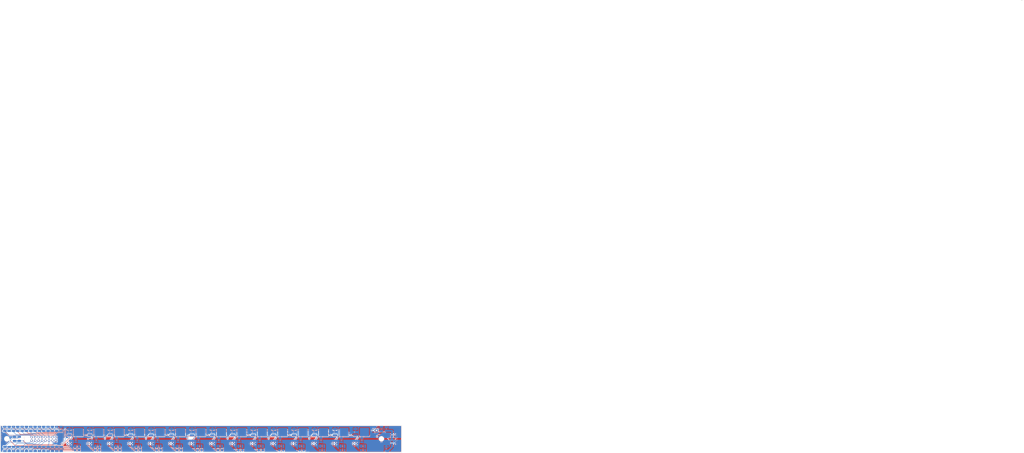
<source format=kicad_pcb>
(kicad_pcb (version 20171130) (host pcbnew "(5.1.5-0-10_14)")
  (title_block (rev 1))
  (layers (0 Front signal hide) (31 Back signal) (34 B.Paste user) (35 F.Paste user) (36 B.SilkS user) (37 F.SilkS user) (38 B.Mask user) (39 F.Mask user) (44 Edge.Cuts user))
  (net 0 "")
  (net 1 +5V)
  (net 2 "Net-(D17-Pad1)")
  (net 3 "Net-(D18-Pad1)")
  (net 4 "Net-(D19-Pad1)")
  (net 5 "Net-(D20-Pad1)")
  (net 6 "Net-(D21-Pad1)")
  (net 7 "Net-(D22-Pad1)")
  (net 8 "Net-(D23-Pad1)")
  (net 9 "Net-(D24-Pad1)")
  (net 10 "Net-(D10-Pad2)")
  (net 11 "Net-(D11-Pad2)")
  (net 12 "Net-(D12-Pad2)")
  (net 13 "Net-(D13-Pad2)")
  (net 14 "Net-(D14-Pad2)")
  (net 15 "Net-(D15-Pad2)")
  (net 16 "Net-(D16-Pad2)")
  (net 17 "Net-(D17-Pad2)")
  (net 18 "Net-(D18-Pad2)")
  (net 19 "Net-(D19-Pad2)")
  (net 20 "Net-(D20-Pad2)")
  (net 21 "Net-(D21-Pad2)")
  (net 22 "Net-(D22-Pad2)")
  (net 23 "Net-(D23-Pad2)")
  (net 24 "Net-(D24-Pad2)")
  (net 25 "Net-(D25-Pad2)")
  (net 26 "Net-(D26-Pad2)")
  (net 27 "Net-(D27-Pad2)")
  (net 28 "Net-(D28-Pad2)")
  (net 29 "Net-(D29-Pad2)")
  (net 30 "Net-(D30-Pad2)")
  (net 31 GND)
  (net 32 "Net-(J18-Pad1)")
  (net 33 "Net-(J18-Pad2)")
  (net 34 "Net-(J18-Pad3)")
  (net 35 "Net-(J18-Pad4)")
  (net 36 "Net-(J18-Pad5)")
  (net 37 "Net-(J18-Pad6)")
  (net 38 "Net-(J18-Pad7)")
  (net 39 "Net-(J18-Pad8)")
  (net 40 "Net-(J18-Pad9)")
  (net 41 "Net-(J18-Pad10)")
  (net 42 "Net-(J18-Pad11)")
  (net 43 "Net-(J18-Pad12)")
  (net 44 "Net-(J18-Pad13)")
  (net 45 "Net-(J18-Pad14)")
  (net 46 "Net-(J18-Pad15)")
  (net 47 "Net-(J18-Pad16)")
  (net 48 "Net-(J19-Pad1)")
  (net 49 "Net-(Q1-Pad1)")
  (net 50 "Net-(Q2-Pad1)")
  (net 51 "Net-(Q3-Pad1)")
  (net 52 "Net-(Q4-Pad1)")
  (net 53 "Net-(Q5-Pad1)")
  (net 54 "Net-(Q6-Pad1)")
  (net 55 "Net-(Q7-Pad1)")
  (net 56 "Net-(Q8-Pad1)")
  (net 57 "Net-(Q9-Pad1)")
  (net 58 "Net-(Q10-Pad1)")
  (net 59 "Net-(Q11-Pad1)")
  (net 60 "Net-(Q12-Pad1)")
  (net 61 "Net-(Q13-Pad1)")
  (net 62 "Net-(Q14-Pad1)")
  (net 63 "Net-(Q15-Pad1)")
  (net 64 "Net-(D1-Pad2)")
  (module TerminalBlock_TE-Connectivity:TerminalBlock_TE_282834-2_1x02_P2.54mm_Horizontal (layer Back) (at 376.46 173.82 180)
    (fp_text reference J19 (at 1.24 -1.82 180) (layer B.SilkS) (effects (font (size 0.5 0.5) (thickness 0.1)) (justify mirror)))
    (fp_text value Screw_Terminal_01x02)
    (fp_text user + (at -0.04 2.91 180) (layer B.SilkS) (effects (justify mirror)))
    (pad 2 thru_hole circle (at 2.54 0 180) (size 2.1 2.1) (drill 1.1) (layers *.Cu *.Mask) (net 31 GND))
    (pad 1 thru_hole rect (at 0 0 180) (size 2.1 2.1) (drill 1.1) (layers *.Cu *.Mask) (net 48 "Net-(J19-Pad1)"))
  )
  (module troglodisme_footprints:AOD508_GA (layer Back) (at 172.52 175.05 90)
    (fp_text reference Q2 (at -0.01 -7.19 90) (layer B.SilkS) (effects (font (size 0.5 0.5) (thickness 0.1)) (justify mirror)))
    (fp_text value "TO252 (DPAK)" hide)
    (pad 2 smd rect (at 0 0 90) (size 6.25 6.8) (layers Back B.Paste B.Mask) (net 2 "Net-(D17-Pad1)"))
    (pad 3 smd rect (at 2.286 -6.6) (size 3 1.5) (layers Back B.Paste B.Mask) (net 31 GND))
    (pad 1 smd rect (at -2.286 -6.6) (size 3 1.5) (layers Back B.Paste B.Mask) (net 50 "Net-(Q2-Pad1)"))
  )
  (module troglodisme_footprints:AOD508_GA (layer Back) (at 367.52 175.05 90)
    (fp_text reference Q15 (at -0.01 -7.19 90) (layer B.SilkS) (effects (font (size 0.5 0.5) (thickness 0.1)) (justify mirror)))
    (fp_text value "TO252 (DPAK)" hide)
    (pad 2 smd rect (at 0 0 90) (size 6.25 6.8) (layers Back B.Paste B.Mask) (net 15 "Net-(D15-Pad2)"))
    (pad 3 smd rect (at 2.286 -6.6) (size 3 1.5) (layers Back B.Paste B.Mask) (net 31 GND))
    (pad 1 smd rect (at -2.286 -6.6) (size 3 1.5) (layers Back B.Paste B.Mask) (net 63 "Net-(Q15-Pad1)"))
  )
  (module troglodisme_footprints:AOD508_GA (layer Back) (at 352.52 175.05 90)
    (fp_text reference Q14 (at -0.01 -7.19 90) (layer B.SilkS) (effects (font (size 0.5 0.5) (thickness 0.1)) (justify mirror)))
    (fp_text value "TO252 (DPAK)" hide)
    (pad 2 smd rect (at 0 0 90) (size 6.25 6.8) (layers Back B.Paste B.Mask) (net 14 "Net-(D14-Pad2)"))
    (pad 3 smd rect (at 2.286 -6.6) (size 3 1.5) (layers Back B.Paste B.Mask) (net 31 GND))
    (pad 1 smd rect (at -2.286 -6.6) (size 3 1.5) (layers Back B.Paste B.Mask) (net 62 "Net-(Q14-Pad1)"))
  )
  (module troglodisme_footprints:AOD508_GA (layer Back) (at 337.52 175.05 90)
    (fp_text reference Q13 (at -0.01 -7.19 90) (layer B.SilkS) (effects (font (size 0.5 0.5) (thickness 0.1)) (justify mirror)))
    (fp_text value "TO252 (DPAK)" hide)
    (pad 2 smd rect (at 0 0 90) (size 6.25 6.8) (layers Back B.Paste B.Mask) (net 13 "Net-(D13-Pad2)"))
    (pad 3 smd rect (at 2.286 -6.6) (size 3 1.5) (layers Back B.Paste B.Mask) (net 31 GND))
    (pad 1 smd rect (at -2.286 -6.6) (size 3 1.5) (layers Back B.Paste B.Mask) (net 61 "Net-(Q13-Pad1)"))
  )
  (module troglodisme_footprints:AOD508_GA (layer Back) (at 322.52 175.05 90)
    (fp_text reference Q12 (at -0.01 -7.19 90) (layer B.SilkS) (effects (font (size 0.5 0.5) (thickness 0.1)) (justify mirror)))
    (fp_text value "TO252 (DPAK)" hide)
    (pad 2 smd rect (at 0 0 90) (size 6.25 6.8) (layers Back B.Paste B.Mask) (net 12 "Net-(D12-Pad2)"))
    (pad 3 smd rect (at 2.286 -6.6) (size 3 1.5) (layers Back B.Paste B.Mask) (net 31 GND))
    (pad 1 smd rect (at -2.286 -6.6) (size 3 1.5) (layers Back B.Paste B.Mask) (net 60 "Net-(Q12-Pad1)"))
  )
  (module troglodisme_footprints:AOD508_GA (layer Back) (at 307.52 175.05 90)
    (fp_text reference Q11 (at -0.01 -7.19 90) (layer B.SilkS) (effects (font (size 0.5 0.5) (thickness 0.1)) (justify mirror)))
    (fp_text value "TO252 (DPAK)" hide)
    (pad 2 smd rect (at 0 0 90) (size 6.25 6.8) (layers Back B.Paste B.Mask) (net 11 "Net-(D11-Pad2)"))
    (pad 3 smd rect (at 2.286 -6.6) (size 3 1.5) (layers Back B.Paste B.Mask) (net 31 GND))
    (pad 1 smd rect (at -2.286 -6.6) (size 3 1.5) (layers Back B.Paste B.Mask) (net 59 "Net-(Q11-Pad1)"))
  )
  (module troglodisme_footprints:AOD508_GA (layer Back) (at 292.52 175.05 90)
    (fp_text reference Q10 (at -0.01 -7.19 90) (layer B.SilkS) (effects (font (size 0.5 0.5) (thickness 0.1)) (justify mirror)))
    (fp_text value "TO252 (DPAK)" hide)
    (pad 2 smd rect (at 0 0 90) (size 6.25 6.8) (layers Back B.Paste B.Mask) (net 10 "Net-(D10-Pad2)"))
    (pad 3 smd rect (at 2.286 -6.6) (size 3 1.5) (layers Back B.Paste B.Mask) (net 31 GND))
    (pad 1 smd rect (at -2.286 -6.6) (size 3 1.5) (layers Back B.Paste B.Mask) (net 58 "Net-(Q10-Pad1)"))
  )
  (module troglodisme_footprints:AOD508_GA (layer Back) (at 277.52 175.05 90)
    (fp_text reference Q9 (at -0.01 -7.19 90) (layer B.SilkS) (effects (font (size 0.5 0.5) (thickness 0.1)) (justify mirror)))
    (fp_text value "TO252 (DPAK)" hide)
    (pad 2 smd rect (at 0 0 90) (size 6.25 6.8) (layers Back B.Paste B.Mask) (net 9 "Net-(D24-Pad1)"))
    (pad 3 smd rect (at 2.286 -6.6) (size 3 1.5) (layers Back B.Paste B.Mask) (net 31 GND))
    (pad 1 smd rect (at -2.286 -6.6) (size 3 1.5) (layers Back B.Paste B.Mask) (net 57 "Net-(Q9-Pad1)"))
  )
  (module troglodisme_footprints:AOD508_GA (layer Back) (at 262.52 175.05 90)
    (fp_text reference Q8 (at -0.01 -7.19 90) (layer B.SilkS) (effects (font (size 0.5 0.5) (thickness 0.1)) (justify mirror)))
    (fp_text value "TO252 (DPAK)" hide)
    (pad 2 smd rect (at 0 0 90) (size 6.25 6.8) (layers Back B.Paste B.Mask) (net 8 "Net-(D23-Pad1)"))
    (pad 3 smd rect (at 2.286 -6.6) (size 3 1.5) (layers Back B.Paste B.Mask) (net 31 GND))
    (pad 1 smd rect (at -2.286 -6.6) (size 3 1.5) (layers Back B.Paste B.Mask) (net 56 "Net-(Q8-Pad1)"))
  )
  (module troglodisme_footprints:AOD508_GA (layer Back) (at 247.52 175.05 90)
    (fp_text reference Q7 (at -0.01 -7.19 90) (layer B.SilkS) (effects (font (size 0.5 0.5) (thickness 0.1)) (justify mirror)))
    (fp_text value "TO252 (DPAK)" hide)
    (pad 2 smd rect (at 0 0 90) (size 6.25 6.8) (layers Back B.Paste B.Mask) (net 7 "Net-(D22-Pad1)"))
    (pad 3 smd rect (at 2.286 -6.6) (size 3 1.5) (layers Back B.Paste B.Mask) (net 31 GND))
    (pad 1 smd rect (at -2.286 -6.6) (size 3 1.5) (layers Back B.Paste B.Mask) (net 55 "Net-(Q7-Pad1)"))
  )
  (module troglodisme_footprints:AOD508_GA (layer Back) (at 232.52 175.05 90)
    (fp_text reference Q6 (at -0.01 -7.19 90) (layer B.SilkS) (effects (font (size 0.5 0.5) (thickness 0.1)) (justify mirror)))
    (fp_text value "TO252 (DPAK)" hide)
    (pad 2 smd rect (at 0 0 90) (size 6.25 6.8) (layers Back B.Paste B.Mask) (net 6 "Net-(D21-Pad1)"))
    (pad 3 smd rect (at 2.286 -6.6) (size 3 1.5) (layers Back B.Paste B.Mask) (net 31 GND))
    (pad 1 smd rect (at -2.286 -6.6) (size 3 1.5) (layers Back B.Paste B.Mask) (net 54 "Net-(Q6-Pad1)"))
  )
  (module troglodisme_footprints:AOD508_GA (layer Back) (at 217.52 175.05 90)
    (fp_text reference Q5 (at -0.01 -7.19 90) (layer B.SilkS) (effects (font (size 0.5 0.5) (thickness 0.1)) (justify mirror)))
    (fp_text value "TO252 (DPAK)" hide)
    (pad 2 smd rect (at 0 0 90) (size 6.25 6.8) (layers Back B.Paste B.Mask) (net 5 "Net-(D20-Pad1)"))
    (pad 3 smd rect (at 2.286 -6.6) (size 3 1.5) (layers Back B.Paste B.Mask) (net 31 GND))
    (pad 1 smd rect (at -2.286 -6.6) (size 3 1.5) (layers Back B.Paste B.Mask) (net 53 "Net-(Q5-Pad1)"))
  )
  (module troglodisme_footprints:AOD508_GA (layer Back) (at 202.52 175.05 90)
    (fp_text reference Q4 (at -0.01 -7.19 90) (layer B.SilkS) (effects (font (size 0.5 0.5) (thickness 0.1)) (justify mirror)))
    (fp_text value "TO252 (DPAK)" hide)
    (pad 2 smd rect (at 0 0 90) (size 6.25 6.8) (layers Back B.Paste B.Mask) (net 4 "Net-(D19-Pad1)"))
    (pad 3 smd rect (at 2.286 -6.6) (size 3 1.5) (layers Back B.Paste B.Mask) (net 31 GND))
    (pad 1 smd rect (at -2.286 -6.6) (size 3 1.5) (layers Back B.Paste B.Mask) (net 52 "Net-(Q4-Pad1)"))
  )
  (module troglodisme_footprints:AOD508_GA (layer Back) (at 187.52 175.05 90)
    (fp_text reference Q3 (at -0.01 -7.19 90) (layer B.SilkS) (effects (font (size 0.5 0.5) (thickness 0.1)) (justify mirror)))
    (fp_text value "TO252 (DPAK)" hide)
    (pad 2 smd rect (at 0 0 90) (size 6.25 6.8) (layers Back B.Paste B.Mask) (net 3 "Net-(D18-Pad1)"))
    (pad 3 smd rect (at 2.286 -6.6) (size 3 1.5) (layers Back B.Paste B.Mask) (net 31 GND))
    (pad 1 smd rect (at -2.286 -6.6) (size 3 1.5) (layers Back B.Paste B.Mask) (net 51 "Net-(Q3-Pad1)"))
  )
  (module troglodisme_footprints:AOD508_GA (layer Back) (at 157.52 175.05 90)
    (fp_text reference Q1 (at -0.01 -7.19 90) (layer B.SilkS) (effects (font (size 0.5 0.5) (thickness 0.1)) (justify mirror)))
    (fp_text value "TO252 (DPAK)" hide)
    (pad 2 smd rect (at 0 0 90) (size 6.25 6.8) (layers Back B.Paste B.Mask) (net 64 "Net-(D1-Pad2)"))
    (pad 3 smd rect (at 2.286 -6.6) (size 3 1.5) (layers Back B.Paste B.Mask) (net 31 GND))
    (pad 1 smd rect (at -2.286 -6.6) (size 3 1.5) (layers Back B.Paste B.Mask) (net 49 "Net-(Q1-Pad1)"))
  )
  (module troglodisme_footprints:R_1210_3225Metric_Pad1.42x2.65mm_HandSolder (layer Back) (at 138.483848 187.41 270)
    (fp_text reference R27 (at 0 0 180) (layer B.SilkS) (effects (font (size 0.5 0.5) (thickness 0.1)) (justify mirror)))
    (fp_text value 100K)
    (pad 1 smd roundrect (at -1.4875 0 270) (size 1.425 2.65) (layers Back B.Paste B.Mask) (roundrect_rratio 0.175439) (net 42 "Net-(J18-Pad11)"))
    (pad 2 smd roundrect (at 1.4875 0 270) (size 1.425 2.65) (layers Back B.Paste B.Mask) (roundrect_rratio 0.175439) (net 31 GND))
  )
  (module troglodisme_footprints:R_1210_3225Metric_Pad1.42x2.65mm_HandSolder (layer Back) (at 132.137696 187.41 270)
    (fp_text reference R25 (at 0 0 180) (layer B.SilkS) (effects (font (size 0.5 0.5) (thickness 0.1)) (justify mirror)))
    (fp_text value 100K)
    (pad 1 smd roundrect (at -1.4875 0 270) (size 1.425 2.65) (layers Back B.Paste B.Mask) (roundrect_rratio 0.175439) (net 40 "Net-(J18-Pad9)"))
    (pad 2 smd roundrect (at 1.4875 0 270) (size 1.425 2.65) (layers Back B.Paste B.Mask) (roundrect_rratio 0.175439) (net 31 GND))
  )
  (module troglodisme_footprints:R_1210_3225Metric_Pad1.42x2.65mm_HandSolder (layer Back) (at 119.445392 187.41 270)
    (fp_text reference R21 (at 0 0 180) (layer B.SilkS) (effects (font (size 0.5 0.5) (thickness 0.1)) (justify mirror)))
    (fp_text value 100K)
    (pad 1 smd roundrect (at -1.4875 0 270) (size 1.425 2.65) (layers Back B.Paste B.Mask) (roundrect_rratio 0.175439) (net 36 "Net-(J18-Pad5)"))
    (pad 2 smd roundrect (at 1.4875 0 270) (size 1.425 2.65) (layers Back B.Paste B.Mask) (roundrect_rratio 0.175439) (net 31 GND))
  )
  (module troglodisme_footprints:R_1210_3225Metric_Pad1.42x2.65mm_HandSolder (layer Back) (at 125.791544 187.41 270)
    (fp_text reference R23 (at 0 0 180) (layer B.SilkS) (effects (font (size 0.5 0.5) (thickness 0.1)) (justify mirror)))
    (fp_text value 100K)
    (pad 1 smd roundrect (at -1.4875 0 270) (size 1.425 2.65) (layers Back B.Paste B.Mask) (roundrect_rratio 0.175439) (net 38 "Net-(J18-Pad7)"))
    (pad 2 smd roundrect (at 1.4875 0 270) (size 1.425 2.65) (layers Back B.Paste B.Mask) (roundrect_rratio 0.175439) (net 31 GND))
  )
  (module troglodisme_footprints:R_1210_3225Metric_Pad1.42x2.65mm_HandSolder (layer Back) (at 113.09924 187.41 270)
    (fp_text reference R19 (at 0 0 180) (layer B.SilkS) (effects (font (size 0.5 0.5) (thickness 0.1)) (justify mirror)))
    (fp_text value 100K)
    (pad 1 smd roundrect (at -1.4875 0 270) (size 1.425 2.65) (layers Back B.Paste B.Mask) (roundrect_rratio 0.175439) (net 34 "Net-(J18-Pad3)"))
    (pad 2 smd roundrect (at 1.4875 0 270) (size 1.425 2.65) (layers Back B.Paste B.Mask) (roundrect_rratio 0.175439) (net 31 GND))
  )
  (module troglodisme_footprints:R_1210_3225Metric_Pad1.42x2.65mm_HandSolder (layer Back) (at 141.656924 187.41 270)
    (fp_text reference R13 (at 0 0 180) (layer B.SilkS) (effects (font (size 0.5 0.5) (thickness 0.1)) (justify mirror)))
    (fp_text value 150R)
    (pad 1 smd roundrect (at -1.4875 0 270) (size 1.425 2.65) (layers Back B.Paste B.Mask) (roundrect_rratio 0.175439) (net 44 "Net-(J18-Pad13)"))
    (pad 2 smd roundrect (at 1.4875 0 270) (size 1.425 2.65) (layers Back B.Paste B.Mask) (roundrect_rratio 0.175439) (net 61 "Net-(Q13-Pad1)"))
  )
  (module troglodisme_footprints:R_1210_3225Metric_Pad1.42x2.65mm_HandSolder (layer Back) (at 135.310772 187.41 270)
    (fp_text reference R11 (at 0 0 180) (layer B.SilkS) (effects (font (size 0.5 0.5) (thickness 0.1)) (justify mirror)))
    (fp_text value 150R)
    (pad 1 smd roundrect (at -1.4875 0 270) (size 1.425 2.65) (layers Back B.Paste B.Mask) (roundrect_rratio 0.175439) (net 42 "Net-(J18-Pad11)"))
    (pad 2 smd roundrect (at 1.4875 0 270) (size 1.425 2.65) (layers Back B.Paste B.Mask) (roundrect_rratio 0.175439) (net 59 "Net-(Q11-Pad1)"))
  )
  (module troglodisme_footprints:R_1210_3225Metric_Pad1.42x2.65mm_HandSolder (layer Back) (at 128.96462 187.41 270)
    (fp_text reference R9 (at 0 0 180) (layer B.SilkS) (effects (font (size 0.5 0.5) (thickness 0.1)) (justify mirror)))
    (fp_text value 150R)
    (pad 1 smd roundrect (at -1.4875 0 270) (size 1.425 2.65) (layers Back B.Paste B.Mask) (roundrect_rratio 0.175439) (net 40 "Net-(J18-Pad9)"))
    (pad 2 smd roundrect (at 1.4875 0 270) (size 1.425 2.65) (layers Back B.Paste B.Mask) (roundrect_rratio 0.175439) (net 57 "Net-(Q9-Pad1)"))
  )
  (module troglodisme_footprints:R_1210_3225Metric_Pad1.42x2.65mm_HandSolder (layer Back) (at 122.618468 187.41 270)
    (fp_text reference R7 (at 0 0 180) (layer B.SilkS) (effects (font (size 0.5 0.5) (thickness 0.1)) (justify mirror)))
    (fp_text value 150R)
    (pad 1 smd roundrect (at -1.4875 0 270) (size 1.425 2.65) (layers Back B.Paste B.Mask) (roundrect_rratio 0.175439) (net 38 "Net-(J18-Pad7)"))
    (pad 2 smd roundrect (at 1.4875 0 270) (size 1.425 2.65) (layers Back B.Paste B.Mask) (roundrect_rratio 0.175439) (net 55 "Net-(Q7-Pad1)"))
  )
  (module troglodisme_footprints:R_1210_3225Metric_Pad1.42x2.65mm_HandSolder (layer Back) (at 116.272316 187.41 270)
    (fp_text reference R5 (at 0 0 180) (layer B.SilkS) (effects (font (size 0.5 0.5) (thickness 0.1)) (justify mirror)))
    (fp_text value 150R)
    (pad 1 smd roundrect (at -1.4875 0 270) (size 1.425 2.65) (layers Back B.Paste B.Mask) (roundrect_rratio 0.175439) (net 36 "Net-(J18-Pad5)"))
    (pad 2 smd roundrect (at 1.4875 0 270) (size 1.425 2.65) (layers Back B.Paste B.Mask) (roundrect_rratio 0.175439) (net 53 "Net-(Q5-Pad1)"))
  )
  (module troglodisme_footprints:R_1210_3225Metric_Pad1.42x2.65mm_HandSolder (layer Back) (at 116.192304 172.69 90)
    (fp_text reference R6 (at 0 0 180) (layer B.SilkS) (effects (font (size 0.5 0.5) (thickness 0.1)) (justify mirror)))
    (fp_text value 150R)
    (pad 1 smd roundrect (at -1.4875 0 90) (size 1.425 2.65) (layers Back B.Paste B.Mask) (roundrect_rratio 0.175439) (net 37 "Net-(J18-Pad6)"))
    (pad 2 smd roundrect (at 1.4875 0 90) (size 1.425 2.65) (layers Back B.Paste B.Mask) (roundrect_rratio 0.175439) (net 54 "Net-(Q6-Pad1)"))
  )
  (module troglodisme_footprints:R_1210_3225Metric_Pad1.42x2.65mm_HandSolder (layer Back) (at 109.926164 187.41 270)
    (fp_text reference R3 (at 0 0 180) (layer B.SilkS) (effects (font (size 0.5 0.5) (thickness 0.1)) (justify mirror)))
    (fp_text value 150R)
    (pad 1 smd roundrect (at -1.4875 0 270) (size 1.425 2.65) (layers Back B.Paste B.Mask) (roundrect_rratio 0.175439) (net 34 "Net-(J18-Pad3)"))
    (pad 2 smd roundrect (at 1.4875 0 270) (size 1.425 2.65) (layers Back B.Paste B.Mask) (roundrect_rratio 0.175439) (net 51 "Net-(Q3-Pad1)"))
  )
  (module troglodisme_footprints:R_1210_3225Metric_Pad1.42x2.65mm_HandSolder (layer Back) (at 103.580012 187.41 270)
    (fp_text reference R1 (at 0 0 180) (layer B.SilkS) (effects (font (size 0.5 0.5) (thickness 0.1)) (justify mirror)))
    (fp_text value 150R)
    (pad 1 smd roundrect (at -1.4875 0 270) (size 1.425 2.65) (layers Back B.Paste B.Mask) (roundrect_rratio 0.175439) (net 32 "Net-(J18-Pad1)"))
    (pad 2 smd roundrect (at 1.4875 0 270) (size 1.425 2.65) (layers Back B.Paste B.Mask) (roundrect_rratio 0.175439) (net 49 "Net-(Q1-Pad1)"))
  )
  (module troglodisme_footprints:R_1210_3225Metric_Pad1.42x2.65mm_HandSolder (layer Back) (at 103.5 172.69 90)
    (fp_text reference R2 (at 0 0 180) (layer B.SilkS) (effects (font (size 0.5 0.5) (thickness 0.1)) (justify mirror)))
    (fp_text value 150R)
    (pad 1 smd roundrect (at -1.4875 0 90) (size 1.425 2.65) (layers Back B.Paste B.Mask) (roundrect_rratio 0.175439) (net 33 "Net-(J18-Pad2)"))
    (pad 2 smd roundrect (at 1.4875 0 90) (size 1.425 2.65) (layers Back B.Paste B.Mask) (roundrect_rratio 0.175439) (net 50 "Net-(Q2-Pad1)"))
  )
  (module troglodisme_footprints:R_1210_3225Metric_Pad1.42x2.65mm_HandSolder (layer Back) (at 109.846152 172.69 90)
    (fp_text reference R4 (at 0 0 180) (layer B.SilkS) (effects (font (size 0.5 0.5) (thickness 0.1)) (justify mirror)))
    (fp_text value 150R)
    (pad 1 smd roundrect (at -1.4875 0 90) (size 1.425 2.65) (layers Back B.Paste B.Mask) (roundrect_rratio 0.175439) (net 35 "Net-(J18-Pad4)"))
    (pad 2 smd roundrect (at 1.4875 0 90) (size 1.425 2.65) (layers Back B.Paste B.Mask) (roundrect_rratio 0.175439) (net 52 "Net-(Q4-Pad1)"))
  )
  (module troglodisme_footprints:R_1210_3225Metric_Pad1.42x2.65mm_HandSolder (layer Back) (at 122.538456 172.69 90)
    (fp_text reference R8 (at 0 0 180) (layer B.SilkS) (effects (font (size 0.5 0.5) (thickness 0.1)) (justify mirror)))
    (fp_text value 150R)
    (pad 1 smd roundrect (at -1.4875 0 90) (size 1.425 2.65) (layers Back B.Paste B.Mask) (roundrect_rratio 0.175439) (net 39 "Net-(J18-Pad8)"))
    (pad 2 smd roundrect (at 1.4875 0 90) (size 1.425 2.65) (layers Back B.Paste B.Mask) (roundrect_rratio 0.175439) (net 56 "Net-(Q8-Pad1)"))
  )
  (module troglodisme_footprints:R_1210_3225Metric_Pad1.42x2.65mm_HandSolder (layer Back) (at 128.884608 172.69 90)
    (fp_text reference R10 (at 0 0 180) (layer B.SilkS) (effects (font (size 0.5 0.5) (thickness 0.1)) (justify mirror)))
    (fp_text value 150R)
    (pad 1 smd roundrect (at -1.4875 0 90) (size 1.425 2.65) (layers Back B.Paste B.Mask) (roundrect_rratio 0.175439) (net 41 "Net-(J18-Pad10)"))
    (pad 2 smd roundrect (at 1.4875 0 90) (size 1.425 2.65) (layers Back B.Paste B.Mask) (roundrect_rratio 0.175439) (net 58 "Net-(Q10-Pad1)"))
  )
  (module troglodisme_footprints:R_1210_3225Metric_Pad1.42x2.65mm_HandSolder (layer Back) (at 135.23076 172.69 90)
    (fp_text reference R12 (at 0 0 180) (layer B.SilkS) (effects (font (size 0.5 0.5) (thickness 0.1)) (justify mirror)))
    (fp_text value 150R)
    (pad 1 smd roundrect (at -1.4875 0 90) (size 1.425 2.65) (layers Back B.Paste B.Mask) (roundrect_rratio 0.175439) (net 43 "Net-(J18-Pad12)"))
    (pad 2 smd roundrect (at 1.4875 0 90) (size 1.425 2.65) (layers Back B.Paste B.Mask) (roundrect_rratio 0.175439) (net 60 "Net-(Q12-Pad1)"))
  )
  (module troglodisme_footprints:R_1210_3225Metric_Pad1.42x2.65mm_HandSolder (layer Back) (at 141.576912 172.69 90)
    (fp_text reference R14 (at 0 0 180) (layer B.SilkS) (effects (font (size 0.5 0.5) (thickness 0.1)) (justify mirror)))
    (fp_text value 150R)
    (pad 1 smd roundrect (at -1.4875 0 90) (size 1.425 2.65) (layers Back B.Paste B.Mask) (roundrect_rratio 0.175439) (net 45 "Net-(J18-Pad14)"))
    (pad 2 smd roundrect (at 1.4875 0 90) (size 1.425 2.65) (layers Back B.Paste B.Mask) (roundrect_rratio 0.175439) (net 62 "Net-(Q14-Pad1)"))
  )
  (module troglodisme_footprints:R_1210_3225Metric_Pad1.42x2.65mm_HandSolder (layer Back) (at 114 180 90)
    (fp_text reference R15 (at 0 0 180) (layer B.SilkS) (effects (font (size 0.5 0.5) (thickness 0.1)) (justify mirror)))
    (fp_text value 150R)
    (pad 1 smd roundrect (at -1.4875 0 90) (size 1.425 2.65) (layers Back B.Paste B.Mask) (roundrect_rratio 0.175439) (net 46 "Net-(J18-Pad15)"))
    (pad 2 smd roundrect (at 1.4875 0 90) (size 1.425 2.65) (layers Back B.Paste B.Mask) (roundrect_rratio 0.175439) (net 63 "Net-(Q15-Pad1)"))
  )
  (module troglodisme_footprints:R_1210_3225Metric_Pad1.42x2.65mm_HandSolder (layer Back) (at 380.1 172.7375 90)
    (fp_text reference R16 (at 0 0 180) (layer B.SilkS) (effects (font (size 0.5 0.5) (thickness 0.1)) (justify mirror)))
    (fp_text value 150R)
    (pad 1 smd roundrect (at -1.4875 0 90) (size 1.425 2.65) (layers Back B.Paste B.Mask) (roundrect_rratio 0.175439) (net 47 "Net-(J18-Pad16)"))
    (pad 2 smd roundrect (at 1.4875 0 90) (size 1.425 2.65) (layers Back B.Paste B.Mask) (roundrect_rratio 0.175439) (net 48 "Net-(J19-Pad1)"))
  )
  (module troglodisme_footprints:R_1210_3225Metric_Pad1.42x2.65mm_HandSolder (layer Back) (at 106.753088 187.41 270)
    (fp_text reference R17 (at 0 0 180) (layer B.SilkS) (effects (font (size 0.5 0.5) (thickness 0.1)) (justify mirror)))
    (fp_text value 100K)
    (pad 1 smd roundrect (at -1.4875 0 270) (size 1.425 2.65) (layers Back B.Paste B.Mask) (roundrect_rratio 0.175439) (net 32 "Net-(J18-Pad1)"))
    (pad 2 smd roundrect (at 1.4875 0 270) (size 1.425 2.65) (layers Back B.Paste B.Mask) (roundrect_rratio 0.175439) (net 31 GND))
  )
  (module troglodisme_footprints:R_1210_3225Metric_Pad1.42x2.65mm_HandSolder (layer Back) (at 106.673076 172.69 90)
    (fp_text reference R18 (at 0 0 180) (layer B.SilkS) (effects (font (size 0.5 0.5) (thickness 0.1)) (justify mirror)))
    (fp_text value 100K)
    (pad 1 smd roundrect (at -1.4875 0 90) (size 1.425 2.65) (layers Back B.Paste B.Mask) (roundrect_rratio 0.175439) (net 33 "Net-(J18-Pad2)"))
    (pad 2 smd roundrect (at 1.4875 0 90) (size 1.425 2.65) (layers Back B.Paste B.Mask) (roundrect_rratio 0.175439) (net 31 GND))
  )
  (module troglodisme_footprints:R_1210_3225Metric_Pad1.42x2.65mm_HandSolder (layer Back) (at 113.019228 172.69 90)
    (fp_text reference R20 (at 0 0 180) (layer B.SilkS) (effects (font (size 0.5 0.5) (thickness 0.1)) (justify mirror)))
    (fp_text value 100K)
    (pad 1 smd roundrect (at -1.4875 0 90) (size 1.425 2.65) (layers Back B.Paste B.Mask) (roundrect_rratio 0.175439) (net 35 "Net-(J18-Pad4)"))
    (pad 2 smd roundrect (at 1.4875 0 90) (size 1.425 2.65) (layers Back B.Paste B.Mask) (roundrect_rratio 0.175439) (net 31 GND))
  )
  (module troglodisme_footprints:R_1210_3225Metric_Pad1.42x2.65mm_HandSolder (layer Back) (at 119.36538 172.69 90)
    (fp_text reference R22 (at 0 0 180) (layer B.SilkS) (effects (font (size 0.5 0.5) (thickness 0.1)) (justify mirror)))
    (fp_text value 100K)
    (pad 1 smd roundrect (at -1.4875 0 90) (size 1.425 2.65) (layers Back B.Paste B.Mask) (roundrect_rratio 0.175439) (net 37 "Net-(J18-Pad6)"))
    (pad 2 smd roundrect (at 1.4875 0 90) (size 1.425 2.65) (layers Back B.Paste B.Mask) (roundrect_rratio 0.175439) (net 31 GND))
  )
  (module troglodisme_footprints:R_1210_3225Metric_Pad1.42x2.65mm_HandSolder (layer Back) (at 125.711532 172.69 90)
    (fp_text reference R24 (at 0 0 180) (layer B.SilkS) (effects (font (size 0.5 0.5) (thickness 0.1)) (justify mirror)))
    (fp_text value 100K)
    (pad 1 smd roundrect (at -1.4875 0 90) (size 1.425 2.65) (layers Back B.Paste B.Mask) (roundrect_rratio 0.175439) (net 39 "Net-(J18-Pad8)"))
    (pad 2 smd roundrect (at 1.4875 0 90) (size 1.425 2.65) (layers Back B.Paste B.Mask) (roundrect_rratio 0.175439) (net 31 GND))
  )
  (module troglodisme_footprints:R_1210_3225Metric_Pad1.42x2.65mm_HandSolder (layer Back) (at 132.057684 172.69 90)
    (fp_text reference R26 (at 0 0 180) (layer B.SilkS) (effects (font (size 0.5 0.5) (thickness 0.1)) (justify mirror)))
    (fp_text value 100K)
    (pad 1 smd roundrect (at -1.4875 0 90) (size 1.425 2.65) (layers Back B.Paste B.Mask) (roundrect_rratio 0.175439) (net 41 "Net-(J18-Pad10)"))
    (pad 2 smd roundrect (at 1.4875 0 90) (size 1.425 2.65) (layers Back B.Paste B.Mask) (roundrect_rratio 0.175439) (net 31 GND))
  )
  (module troglodisme_footprints:R_1210_3225Metric_Pad1.42x2.65mm_HandSolder (layer Back) (at 138.403836 172.69 90)
    (fp_text reference R28 (at 0 0 180) (layer B.SilkS) (effects (font (size 0.5 0.5) (thickness 0.1)) (justify mirror)))
    (fp_text value 100K)
    (pad 1 smd roundrect (at -1.4875 0 90) (size 1.425 2.65) (layers Back B.Paste B.Mask) (roundrect_rratio 0.175439) (net 43 "Net-(J18-Pad12)"))
    (pad 2 smd roundrect (at 1.4875 0 90) (size 1.425 2.65) (layers Back B.Paste B.Mask) (roundrect_rratio 0.175439) (net 31 GND))
  )
  (module troglodisme_footprints:R_1210_3225Metric_Pad1.42x2.65mm_HandSolder (layer Back) (at 144.83 187.41 270)
    (fp_text reference R29 (at 0 0 180) (layer B.SilkS) (effects (font (size 0.5 0.5) (thickness 0.1)) (justify mirror)))
    (fp_text value 100K)
    (pad 1 smd roundrect (at -1.4875 0 270) (size 1.425 2.65) (layers Back B.Paste B.Mask) (roundrect_rratio 0.175439) (net 44 "Net-(J18-Pad13)"))
    (pad 2 smd roundrect (at 1.4875 0 270) (size 1.425 2.65) (layers Back B.Paste B.Mask) (roundrect_rratio 0.175439) (net 31 GND))
  )
  (module troglodisme_footprints:R_1210_3225Metric_Pad1.42x2.65mm_HandSolder (layer Back) (at 144.749988 172.69 90)
    (fp_text reference R30 (at 0 0 180) (layer B.SilkS) (effects (font (size 0.5 0.5) (thickness 0.1)) (justify mirror)))
    (fp_text value 100K)
    (pad 1 smd roundrect (at -1.4875 0 90) (size 1.425 2.65) (layers Back B.Paste B.Mask) (roundrect_rratio 0.175439) (net 45 "Net-(J18-Pad14)"))
    (pad 2 smd roundrect (at 1.4875 0 90) (size 1.425 2.65) (layers Back B.Paste B.Mask) (roundrect_rratio 0.175439) (net 31 GND))
  )
  (module troglodisme_footprints:R_1210_3225Metric_Pad1.42x2.65mm_HandSolder (layer Back) (at 110.71 180.01 90)
    (fp_text reference R31 (at 0 0 180) (layer B.SilkS) (effects (font (size 0.5 0.5) (thickness 0.1)) (justify mirror)))
    (fp_text value 100K)
    (pad 1 smd roundrect (at -1.4875 0 90) (size 1.425 2.65) (layers Back B.Paste B.Mask) (roundrect_rratio 0.175439) (net 46 "Net-(J18-Pad15)"))
    (pad 2 smd roundrect (at 1.4875 0 90) (size 1.425 2.65) (layers Back B.Paste B.Mask) (roundrect_rratio 0.175439) (net 31 GND))
  )
  (module troglodisme_footprints:R_1210_3225Metric_Pad1.42x2.65mm_HandSolder (layer Back) (at 156.5 185.37 180)
    (fp_text reference R32 (at 0 0 270) (layer B.SilkS) (effects (font (size 0.5 0.5) (thickness 0.1)) (justify mirror)))
    (fp_text value 470R)
    (pad 1 smd roundrect (at -1.4875 0 180) (size 1.425 2.65) (layers Back B.Paste B.Mask) (roundrect_rratio 0.175439) (net 16 "Net-(D16-Pad2)"))
    (pad 2 smd roundrect (at 1.4875 0 180) (size 1.425 2.65) (layers Back B.Paste B.Mask) (roundrect_rratio 0.175439) (net 1 +5V))
  )
  (module troglodisme_footprints:R_1210_3225Metric_Pad1.42x2.65mm_HandSolder (layer Back) (at 171.501428 185.37 180)
    (fp_text reference R33 (at 0 0 270) (layer B.SilkS) (effects (font (size 0.5 0.5) (thickness 0.1)) (justify mirror)))
    (fp_text value 470R)
    (pad 1 smd roundrect (at -1.4875 0 180) (size 1.425 2.65) (layers Back B.Paste B.Mask) (roundrect_rratio 0.175439) (net 17 "Net-(D17-Pad2)"))
    (pad 2 smd roundrect (at 1.4875 0 180) (size 1.425 2.65) (layers Back B.Paste B.Mask) (roundrect_rratio 0.175439) (net 1 +5V))
  )
  (module troglodisme_footprints:R_1210_3225Metric_Pad1.42x2.65mm_HandSolder (layer Back) (at 186.502856 185.37 180)
    (fp_text reference R34 (at 0 0 270) (layer B.SilkS) (effects (font (size 0.5 0.5) (thickness 0.1)) (justify mirror)))
    (fp_text value 470R)
    (pad 1 smd roundrect (at -1.4875 0 180) (size 1.425 2.65) (layers Back B.Paste B.Mask) (roundrect_rratio 0.175439) (net 18 "Net-(D18-Pad2)"))
    (pad 2 smd roundrect (at 1.4875 0 180) (size 1.425 2.65) (layers Back B.Paste B.Mask) (roundrect_rratio 0.175439) (net 1 +5V))
  )
  (module troglodisme_footprints:R_1210_3225Metric_Pad1.42x2.65mm_HandSolder (layer Back) (at 201.504284 185.37 180)
    (fp_text reference R35 (at 0 0 270) (layer B.SilkS) (effects (font (size 0.5 0.5) (thickness 0.1)) (justify mirror)))
    (fp_text value 470R)
    (pad 1 smd roundrect (at -1.4875 0 180) (size 1.425 2.65) (layers Back B.Paste B.Mask) (roundrect_rratio 0.175439) (net 19 "Net-(D19-Pad2)"))
    (pad 2 smd roundrect (at 1.4875 0 180) (size 1.425 2.65) (layers Back B.Paste B.Mask) (roundrect_rratio 0.175439) (net 1 +5V))
  )
  (module troglodisme_footprints:R_1210_3225Metric_Pad1.42x2.65mm_HandSolder (layer Back) (at 216.505712 185.37 180)
    (fp_text reference R36 (at 0 0 270) (layer B.SilkS) (effects (font (size 0.5 0.5) (thickness 0.1)) (justify mirror)))
    (fp_text value 470R)
    (pad 1 smd roundrect (at -1.4875 0 180) (size 1.425 2.65) (layers Back B.Paste B.Mask) (roundrect_rratio 0.175439) (net 20 "Net-(D20-Pad2)"))
    (pad 2 smd roundrect (at 1.4875 0 180) (size 1.425 2.65) (layers Back B.Paste B.Mask) (roundrect_rratio 0.175439) (net 1 +5V))
  )
  (module troglodisme_footprints:R_1210_3225Metric_Pad1.42x2.65mm_HandSolder (layer Back) (at 231.50714 185.37 180)
    (fp_text reference R37 (at 0 0 270) (layer B.SilkS) (effects (font (size 0.5 0.5) (thickness 0.1)) (justify mirror)))
    (fp_text value 470R)
    (pad 1 smd roundrect (at -1.4875 0 180) (size 1.425 2.65) (layers Back B.Paste B.Mask) (roundrect_rratio 0.175439) (net 21 "Net-(D21-Pad2)"))
    (pad 2 smd roundrect (at 1.4875 0 180) (size 1.425 2.65) (layers Back B.Paste B.Mask) (roundrect_rratio 0.175439) (net 1 +5V))
  )
  (module troglodisme_footprints:R_1210_3225Metric_Pad1.42x2.65mm_HandSolder (layer Back) (at 246.508568 185.37 180)
    (fp_text reference R38 (at 0 0 270) (layer B.SilkS) (effects (font (size 0.5 0.5) (thickness 0.1)) (justify mirror)))
    (fp_text value 470R)
    (pad 1 smd roundrect (at -1.4875 0 180) (size 1.425 2.65) (layers Back B.Paste B.Mask) (roundrect_rratio 0.175439) (net 22 "Net-(D22-Pad2)"))
    (pad 2 smd roundrect (at 1.4875 0 180) (size 1.425 2.65) (layers Back B.Paste B.Mask) (roundrect_rratio 0.175439) (net 1 +5V))
  )
  (module troglodisme_footprints:R_1210_3225Metric_Pad1.42x2.65mm_HandSolder (layer Back) (at 261.509996 185.37 180)
    (fp_text reference R39 (at 0 0 270) (layer B.SilkS) (effects (font (size 0.5 0.5) (thickness 0.1)) (justify mirror)))
    (fp_text value 470R)
    (pad 1 smd roundrect (at -1.4875 0 180) (size 1.425 2.65) (layers Back B.Paste B.Mask) (roundrect_rratio 0.175439) (net 23 "Net-(D23-Pad2)"))
    (pad 2 smd roundrect (at 1.4875 0 180) (size 1.425 2.65) (layers Back B.Paste B.Mask) (roundrect_rratio 0.175439) (net 1 +5V))
  )
  (module troglodisme_footprints:R_1210_3225Metric_Pad1.42x2.65mm_HandSolder (layer Back) (at 276.511424 185.37 180)
    (fp_text reference R40 (at 0 0 270) (layer B.SilkS) (effects (font (size 0.5 0.5) (thickness 0.1)) (justify mirror)))
    (fp_text value 470R)
    (pad 1 smd roundrect (at -1.4875 0 180) (size 1.425 2.65) (layers Back B.Paste B.Mask) (roundrect_rratio 0.175439) (net 24 "Net-(D24-Pad2)"))
    (pad 2 smd roundrect (at 1.4875 0 180) (size 1.425 2.65) (layers Back B.Paste B.Mask) (roundrect_rratio 0.175439) (net 1 +5V))
  )
  (module troglodisme_footprints:R_1210_3225Metric_Pad1.42x2.65mm_HandSolder (layer Back) (at 291.512852 185.37 180)
    (fp_text reference R41 (at 0 0 270) (layer B.SilkS) (effects (font (size 0.5 0.5) (thickness 0.1)) (justify mirror)))
    (fp_text value 470R)
    (pad 1 smd roundrect (at -1.4875 0 180) (size 1.425 2.65) (layers Back B.Paste B.Mask) (roundrect_rratio 0.175439) (net 25 "Net-(D25-Pad2)"))
    (pad 2 smd roundrect (at 1.4875 0 180) (size 1.425 2.65) (layers Back B.Paste B.Mask) (roundrect_rratio 0.175439) (net 1 +5V))
  )
  (module troglodisme_footprints:R_1210_3225Metric_Pad1.42x2.65mm_HandSolder (layer Back) (at 306.51428 185.37 180)
    (fp_text reference R42 (at 0 0 270) (layer B.SilkS) (effects (font (size 0.5 0.5) (thickness 0.1)) (justify mirror)))
    (fp_text value 470R)
    (pad 1 smd roundrect (at -1.4875 0 180) (size 1.425 2.65) (layers Back B.Paste B.Mask) (roundrect_rratio 0.175439) (net 26 "Net-(D26-Pad2)"))
    (pad 2 smd roundrect (at 1.4875 0 180) (size 1.425 2.65) (layers Back B.Paste B.Mask) (roundrect_rratio 0.175439) (net 1 +5V))
  )
  (module troglodisme_footprints:R_1210_3225Metric_Pad1.42x2.65mm_HandSolder (layer Back) (at 321.515708 185.37 180)
    (fp_text reference R43 (at 0 0 270) (layer B.SilkS) (effects (font (size 0.5 0.5) (thickness 0.1)) (justify mirror)))
    (fp_text value 470R)
    (pad 1 smd roundrect (at -1.4875 0 180) (size 1.425 2.65) (layers Back B.Paste B.Mask) (roundrect_rratio 0.175439) (net 27 "Net-(D27-Pad2)"))
    (pad 2 smd roundrect (at 1.4875 0 180) (size 1.425 2.65) (layers Back B.Paste B.Mask) (roundrect_rratio 0.175439) (net 1 +5V))
  )
  (module troglodisme_footprints:R_1210_3225Metric_Pad1.42x2.65mm_HandSolder (layer Back) (at 336.517136 185.37 180)
    (fp_text reference R44 (at 0 0 270) (layer B.SilkS) (effects (font (size 0.5 0.5) (thickness 0.1)) (justify mirror)))
    (fp_text value 470R)
    (pad 1 smd roundrect (at -1.4875 0 180) (size 1.425 2.65) (layers Back B.Paste B.Mask) (roundrect_rratio 0.175439) (net 28 "Net-(D28-Pad2)"))
    (pad 2 smd roundrect (at 1.4875 0 180) (size 1.425 2.65) (layers Back B.Paste B.Mask) (roundrect_rratio 0.175439) (net 1 +5V))
  )
  (module troglodisme_footprints:R_1210_3225Metric_Pad1.42x2.65mm_HandSolder (layer Back) (at 351.518564 185.37 180)
    (fp_text reference R45 (at 0 0 270) (layer B.SilkS) (effects (font (size 0.5 0.5) (thickness 0.1)) (justify mirror)))
    (fp_text value 470R)
    (pad 1 smd roundrect (at -1.4875 0 180) (size 1.425 2.65) (layers Back B.Paste B.Mask) (roundrect_rratio 0.175439) (net 29 "Net-(D29-Pad2)"))
    (pad 2 smd roundrect (at 1.4875 0 180) (size 1.425 2.65) (layers Back B.Paste B.Mask) (roundrect_rratio 0.175439) (net 1 +5V))
  )
  (module troglodisme_footprints:R_1210_3225Metric_Pad1.42x2.65mm_HandSolder (layer Back) (at 366.52 185.37 180)
    (fp_text reference R46 (at 0 0 270) (layer B.SilkS) (effects (font (size 0.5 0.5) (thickness 0.1)) (justify mirror)))
    (fp_text value 470R)
    (pad 1 smd roundrect (at -1.4875 0 180) (size 1.425 2.65) (layers Back B.Paste B.Mask) (roundrect_rratio 0.175439) (net 30 "Net-(D30-Pad2)"))
    (pad 2 smd roundrect (at 1.4875 0 180) (size 1.425 2.65) (layers Back B.Paste B.Mask) (roundrect_rratio 0.175439) (net 1 +5V))
  )
  (module troglodisme_footprints:IN-S126AT5UW (layer Back) (at 156.5 188.3)
    (fp_text reference D16 (at 0 0 -90) (layer B.SilkS) (effects (font (size 0.5 0.5) (thickness 0.1)) (justify mirror)))
    (fp_text value "LED IN-S126AT5UW\r")
    (fp_text user + (at 2.9 0.01) (layer B.SilkS) (effects (font (size 0.5 0.5) (thickness 0.1)) (justify mirror)))
    (pad 2 smd roundrect (at 1.4875 0) (size 1.425 1.75) (layers Back B.Paste B.Mask) (roundrect_rratio 0.175439) (net 16 "Net-(D16-Pad2)"))
    (pad 1 smd roundrect (at -1.4875 0) (size 1.425 1.75) (layers Back B.Paste B.Mask) (roundrect_rratio 0.175439) (net 64 "Net-(D1-Pad2)"))
  )
  (module troglodisme_footprints:SD1206S040S2R0 (layer Back) (at 305.65 180.9125 90)
    (fp_text reference D11 (at 0 0 180) (layer B.SilkS) (effects (font (size 0.5 0.5) (thickness 0.1)) (justify mirror)))
    (fp_text value SD1206S040S2R0 hide)
    (fp_text user + (at -1.58 -1.85 90) (layer B.SilkS) (effects (font (size 0.5 0.5) (thickness 0.1)) (justify mirror)))
    (pad 1 smd rect (at -1.5 0 90) (size 1.35 2.1) (layers Back B.Paste B.Mask) (net 1 +5V))
    (pad 2 smd rect (at 1.5 0 90) (size 1.35 2.1) (layers Back B.Paste B.Mask) (net 11 "Net-(D11-Pad2)"))
  )
  (module troglodisme_footprints:CAPC3225X270N (layer Back) (at 383.6 172.75 90)
    (fp_text reference C1 (at 0.02 -0.02 180) (layer B.SilkS) (effects (font (size 0.5 0.5) (thickness 0.1)) (justify mirror)))
    (fp_text value EMK325ABJ107MM-T hide)
    (pad 1 smd rect (at -1.35 0 90) (size 1.22 2.72) (layers Back B.Paste B.Mask) (net 1 +5V))
    (pad 2 smd rect (at 1.35 0 90) (size 1.22 2.72) (layers Back B.Paste B.Mask) (net 31 GND))
  )
  (module troglodisme_footprints:CAPC3225X270N (layer Back) (at 383.6 187.3375 90)
    (fp_text reference C2 (at 0.02 -0.02 180) (layer B.SilkS) (effects (font (size 0.5 0.5) (thickness 0.1)) (justify mirror)))
    (fp_text value EMK325ABJ107MM-T hide)
    (pad 1 smd rect (at -1.35 0 90) (size 1.22 2.72) (layers Back B.Paste B.Mask) (net 31 GND))
    (pad 2 smd rect (at 1.35 0 90) (size 1.22 2.72) (layers Back B.Paste B.Mask) (net 1 +5V))
  )
  (module troglodisme_footprints:SD1206S040S2R0 (layer Back) (at 155.65 180.9125 90)
    (fp_text reference D1 (at 0 0 180) (layer B.SilkS) (effects (font (size 0.5 0.5) (thickness 0.1)) (justify mirror)))
    (fp_text value SD1206S040S2R0 hide)
    (fp_text user + (at -1.58 -1.85 90) (layer B.SilkS) (effects (font (size 0.5 0.5) (thickness 0.1)) (justify mirror)))
    (pad 1 smd rect (at -1.5 0 90) (size 1.35 2.1) (layers Back B.Paste B.Mask) (net 1 +5V))
    (pad 2 smd rect (at 1.5 0 90) (size 1.35 2.1) (layers Back B.Paste B.Mask) (net 64 "Net-(D1-Pad2)"))
  )
  (module troglodisme_footprints:SD1206S040S2R0 (layer Back) (at 170.65 180.9125 90)
    (fp_text reference D2 (at 0 0 180) (layer B.SilkS) (effects (font (size 0.5 0.5) (thickness 0.1)) (justify mirror)))
    (fp_text value SD1206S040S2R0 hide)
    (fp_text user + (at -1.58 -1.85 90) (layer B.SilkS) (effects (font (size 0.5 0.5) (thickness 0.1)) (justify mirror)))
    (pad 1 smd rect (at -1.5 0 90) (size 1.35 2.1) (layers Back B.Paste B.Mask) (net 1 +5V))
    (pad 2 smd rect (at 1.5 0 90) (size 1.35 2.1) (layers Back B.Paste B.Mask) (net 2 "Net-(D17-Pad1)"))
  )
  (module troglodisme_footprints:SD1206S040S2R0 (layer Back) (at 185.7 180.9125 90)
    (fp_text reference D3 (at 0 0 180) (layer B.SilkS) (effects (font (size 0.5 0.5) (thickness 0.1)) (justify mirror)))
    (fp_text value SD1206S040S2R0 hide)
    (fp_text user + (at -1.58 -1.85 90) (layer B.SilkS) (effects (font (size 0.5 0.5) (thickness 0.1)) (justify mirror)))
    (pad 1 smd rect (at -1.5 0 90) (size 1.35 2.1) (layers Back B.Paste B.Mask) (net 1 +5V))
    (pad 2 smd rect (at 1.5 0 90) (size 1.35 2.1) (layers Back B.Paste B.Mask) (net 3 "Net-(D18-Pad1)"))
  )
  (module troglodisme_footprints:SD1206S040S2R0 (layer Back) (at 200.7 180.9125 90)
    (fp_text reference D4 (at 0 0 180) (layer B.SilkS) (effects (font (size 0.5 0.5) (thickness 0.1)) (justify mirror)))
    (fp_text value SD1206S040S2R0 hide)
    (fp_text user + (at -1.58 -1.85 90) (layer B.SilkS) (effects (font (size 0.5 0.5) (thickness 0.1)) (justify mirror)))
    (pad 1 smd rect (at -1.5 0 90) (size 1.35 2.1) (layers Back B.Paste B.Mask) (net 1 +5V))
    (pad 2 smd rect (at 1.5 0 90) (size 1.35 2.1) (layers Back B.Paste B.Mask) (net 4 "Net-(D19-Pad1)"))
  )
  (module troglodisme_footprints:SD1206S040S2R0 (layer Back) (at 215.7 180.9125 90)
    (fp_text reference D5 (at 0 0 180) (layer B.SilkS) (effects (font (size 0.5 0.5) (thickness 0.1)) (justify mirror)))
    (fp_text value SD1206S040S2R0 hide)
    (fp_text user + (at -1.58 -1.85 90) (layer B.SilkS) (effects (font (size 0.5 0.5) (thickness 0.1)) (justify mirror)))
    (pad 1 smd rect (at -1.5 0 90) (size 1.35 2.1) (layers Back B.Paste B.Mask) (net 1 +5V))
    (pad 2 smd rect (at 1.5 0 90) (size 1.35 2.1) (layers Back B.Paste B.Mask) (net 5 "Net-(D20-Pad1)"))
  )
  (module troglodisme_footprints:SD1206S040S2R0 (layer Back) (at 230.7 180.9125 90)
    (fp_text reference D6 (at 0 0 180) (layer B.SilkS) (effects (font (size 0.5 0.5) (thickness 0.1)) (justify mirror)))
    (fp_text value SD1206S040S2R0 hide)
    (fp_text user + (at -1.58 -1.85 90) (layer B.SilkS) (effects (font (size 0.5 0.5) (thickness 0.1)) (justify mirror)))
    (pad 1 smd rect (at -1.5 0 90) (size 1.35 2.1) (layers Back B.Paste B.Mask) (net 1 +5V))
    (pad 2 smd rect (at 1.5 0 90) (size 1.35 2.1) (layers Back B.Paste B.Mask) (net 6 "Net-(D21-Pad1)"))
  )
  (module troglodisme_footprints:SD1206S040S2R0 (layer Back) (at 245.65 180.9125 90)
    (fp_text reference D7 (at 0 0 180) (layer B.SilkS) (effects (font (size 0.5 0.5) (thickness 0.1)) (justify mirror)))
    (fp_text value SD1206S040S2R0 hide)
    (fp_text user + (at -1.58 -1.85 90) (layer B.SilkS) (effects (font (size 0.5 0.5) (thickness 0.1)) (justify mirror)))
    (pad 1 smd rect (at -1.5 0 90) (size 1.35 2.1) (layers Back B.Paste B.Mask) (net 1 +5V))
    (pad 2 smd rect (at 1.5 0 90) (size 1.35 2.1) (layers Back B.Paste B.Mask) (net 7 "Net-(D22-Pad1)"))
  )
  (module troglodisme_footprints:SD1206S040S2R0 (layer Back) (at 260.6 180.9125 90)
    (fp_text reference D8 (at 0 0 180) (layer B.SilkS) (effects (font (size 0.5 0.5) (thickness 0.1)) (justify mirror)))
    (fp_text value SD1206S040S2R0 hide)
    (fp_text user + (at -1.58 -1.85 90) (layer B.SilkS) (effects (font (size 0.5 0.5) (thickness 0.1)) (justify mirror)))
    (pad 1 smd rect (at -1.5 0 90) (size 1.35 2.1) (layers Back B.Paste B.Mask) (net 1 +5V))
    (pad 2 smd rect (at 1.5 0 90) (size 1.35 2.1) (layers Back B.Paste B.Mask) (net 8 "Net-(D23-Pad1)"))
  )
  (module troglodisme_footprints:SD1206S040S2R0 (layer Back) (at 275.65 180.9125 90)
    (fp_text reference D9 (at 0 0 180) (layer B.SilkS) (effects (font (size 0.5 0.5) (thickness 0.1)) (justify mirror)))
    (fp_text value SD1206S040S2R0 hide)
    (fp_text user + (at -1.58 -1.85 90) (layer B.SilkS) (effects (font (size 0.5 0.5) (thickness 0.1)) (justify mirror)))
    (pad 1 smd rect (at -1.5 0 90) (size 1.35 2.1) (layers Back B.Paste B.Mask) (net 1 +5V))
    (pad 2 smd rect (at 1.5 0 90) (size 1.35 2.1) (layers Back B.Paste B.Mask) (net 9 "Net-(D24-Pad1)"))
  )
  (module troglodisme_footprints:SD1206S040S2R0 (layer Back) (at 290.7 180.9125 90)
    (fp_text reference D10 (at 0 0 180) (layer B.SilkS) (effects (font (size 0.5 0.5) (thickness 0.1)) (justify mirror)))
    (fp_text value SD1206S040S2R0 hide)
    (fp_text user + (at -1.58 -1.85 90) (layer B.SilkS) (effects (font (size 0.5 0.5) (thickness 0.1)) (justify mirror)))
    (pad 1 smd rect (at -1.5 0 90) (size 1.35 2.1) (layers Back B.Paste B.Mask) (net 1 +5V))
    (pad 2 smd rect (at 1.5 0 90) (size 1.35 2.1) (layers Back B.Paste B.Mask) (net 10 "Net-(D10-Pad2)"))
  )
  (module troglodisme_footprints:SD1206S040S2R0 (layer Back) (at 320.65 180.9125 90)
    (fp_text reference D12 (at 0 0 180) (layer B.SilkS) (effects (font (size 0.5 0.5) (thickness 0.1)) (justify mirror)))
    (fp_text value SD1206S040S2R0 hide)
    (fp_text user + (at -1.58 -1.85 90) (layer B.SilkS) (effects (font (size 0.5 0.5) (thickness 0.1)) (justify mirror)))
    (pad 1 smd rect (at -1.5 0 90) (size 1.35 2.1) (layers Back B.Paste B.Mask) (net 1 +5V))
    (pad 2 smd rect (at 1.5 0 90) (size 1.35 2.1) (layers Back B.Paste B.Mask) (net 12 "Net-(D12-Pad2)"))
  )
  (module troglodisme_footprints:SD1206S040S2R0 (layer Back) (at 335.65 180.9125 90)
    (fp_text reference D13 (at 0 0 180) (layer B.SilkS) (effects (font (size 0.5 0.5) (thickness 0.1)) (justify mirror)))
    (fp_text value SD1206S040S2R0 hide)
    (fp_text user + (at -1.58 -1.85 90) (layer B.SilkS) (effects (font (size 0.5 0.5) (thickness 0.1)) (justify mirror)))
    (pad 1 smd rect (at -1.5 0 90) (size 1.35 2.1) (layers Back B.Paste B.Mask) (net 1 +5V))
    (pad 2 smd rect (at 1.5 0 90) (size 1.35 2.1) (layers Back B.Paste B.Mask) (net 13 "Net-(D13-Pad2)"))
  )
  (module troglodisme_footprints:SD1206S040S2R0 (layer Back) (at 350.65 180.9125 90)
    (fp_text reference D14 (at 0 0 180) (layer B.SilkS) (effects (font (size 0.5 0.5) (thickness 0.1)) (justify mirror)))
    (fp_text value SD1206S040S2R0 hide)
    (fp_text user + (at -1.58 -1.85 90) (layer B.SilkS) (effects (font (size 0.5 0.5) (thickness 0.1)) (justify mirror)))
    (pad 1 smd rect (at -1.5 0 90) (size 1.35 2.1) (layers Back B.Paste B.Mask) (net 1 +5V))
    (pad 2 smd rect (at 1.5 0 90) (size 1.35 2.1) (layers Back B.Paste B.Mask) (net 14 "Net-(D14-Pad2)"))
  )
  (module troglodisme_footprints:SD1206S040S2R0 (layer Back) (at 365.65 180.9125 90)
    (fp_text reference D15 (at 0 0 180) (layer B.SilkS) (effects (font (size 0.5 0.5) (thickness 0.1)) (justify mirror)))
    (fp_text value SD1206S040S2R0 hide)
    (fp_text user + (at -1.58 -1.85 90) (layer B.SilkS) (effects (font (size 0.5 0.5) (thickness 0.1)) (justify mirror)))
    (pad 1 smd rect (at -1.5 0 90) (size 1.35 2.1) (layers Back B.Paste B.Mask) (net 1 +5V))
    (pad 2 smd rect (at 1.5 0 90) (size 1.35 2.1) (layers Back B.Paste B.Mask) (net 15 "Net-(D15-Pad2)"))
  )
  (module troglodisme_footprints:IN-S126AT5UW (layer Back) (at 171.5 188.3)
    (fp_text reference D17 (at 0 0 -90) (layer B.SilkS) (effects (font (size 0.5 0.5) (thickness 0.1)) (justify mirror)))
    (fp_text value "LED IN-S126AT5UW\r")
    (fp_text user + (at 2.9 0.01) (layer B.SilkS) (effects (font (size 0.5 0.5) (thickness 0.1)) (justify mirror)))
    (pad 2 smd roundrect (at 1.4875 0) (size 1.425 1.75) (layers Back B.Paste B.Mask) (roundrect_rratio 0.175439) (net 17 "Net-(D17-Pad2)"))
    (pad 1 smd roundrect (at -1.4875 0) (size 1.425 1.75) (layers Back B.Paste B.Mask) (roundrect_rratio 0.175439) (net 2 "Net-(D17-Pad1)"))
  )
  (module troglodisme_footprints:IN-S126AT5UW (layer Back) (at 186.5 188.3)
    (fp_text reference D18 (at 0 0 -90) (layer B.SilkS) (effects (font (size 0.5 0.5) (thickness 0.1)) (justify mirror)))
    (fp_text value "LED IN-S126AT5UW\r")
    (fp_text user + (at 2.9 0.01) (layer B.SilkS) (effects (font (size 0.5 0.5) (thickness 0.1)) (justify mirror)))
    (pad 2 smd roundrect (at 1.4875 0) (size 1.425 1.75) (layers Back B.Paste B.Mask) (roundrect_rratio 0.175439) (net 18 "Net-(D18-Pad2)"))
    (pad 1 smd roundrect (at -1.4875 0) (size 1.425 1.75) (layers Back B.Paste B.Mask) (roundrect_rratio 0.175439) (net 3 "Net-(D18-Pad1)"))
  )
  (module troglodisme_footprints:IN-S126AT5UW (layer Back) (at 201.5 188.3)
    (fp_text reference D19 (at 0 0 -90) (layer B.SilkS) (effects (font (size 0.5 0.5) (thickness 0.1)) (justify mirror)))
    (fp_text value "LED IN-S126AT5UW\r")
    (fp_text user + (at 2.9 0.01) (layer B.SilkS) (effects (font (size 0.5 0.5) (thickness 0.1)) (justify mirror)))
    (pad 2 smd roundrect (at 1.4875 0) (size 1.425 1.75) (layers Back B.Paste B.Mask) (roundrect_rratio 0.175439) (net 19 "Net-(D19-Pad2)"))
    (pad 1 smd roundrect (at -1.4875 0) (size 1.425 1.75) (layers Back B.Paste B.Mask) (roundrect_rratio 0.175439) (net 4 "Net-(D19-Pad1)"))
  )
  (module troglodisme_footprints:IN-S126AT5UW (layer Back) (at 216.5 188.3)
    (fp_text reference D20 (at 0 0 -90) (layer B.SilkS) (effects (font (size 0.5 0.5) (thickness 0.1)) (justify mirror)))
    (fp_text value "LED IN-S126AT5UW\r")
    (fp_text user + (at 2.9 0.01) (layer B.SilkS) (effects (font (size 0.5 0.5) (thickness 0.1)) (justify mirror)))
    (pad 2 smd roundrect (at 1.4875 0) (size 1.425 1.75) (layers Back B.Paste B.Mask) (roundrect_rratio 0.175439) (net 20 "Net-(D20-Pad2)"))
    (pad 1 smd roundrect (at -1.4875 0) (size 1.425 1.75) (layers Back B.Paste B.Mask) (roundrect_rratio 0.175439) (net 5 "Net-(D20-Pad1)"))
  )
  (module troglodisme_footprints:IN-S126AT5UW (layer Back) (at 231.5 188.3)
    (fp_text reference D21 (at 0 0 -90) (layer B.SilkS) (effects (font (size 0.5 0.5) (thickness 0.1)) (justify mirror)))
    (fp_text value "LED IN-S126AT5UW\r")
    (fp_text user + (at 2.9 0.01) (layer B.SilkS) (effects (font (size 0.5 0.5) (thickness 0.1)) (justify mirror)))
    (pad 2 smd roundrect (at 1.4875 0) (size 1.425 1.75) (layers Back B.Paste B.Mask) (roundrect_rratio 0.175439) (net 21 "Net-(D21-Pad2)"))
    (pad 1 smd roundrect (at -1.4875 0) (size 1.425 1.75) (layers Back B.Paste B.Mask) (roundrect_rratio 0.175439) (net 6 "Net-(D21-Pad1)"))
  )
  (module troglodisme_footprints:IN-S126AT5UW (layer Back) (at 246.5 188.3)
    (fp_text reference D22 (at 0 0 -90) (layer B.SilkS) (effects (font (size 0.5 0.5) (thickness 0.1)) (justify mirror)))
    (fp_text value "LED IN-S126AT5UW\r")
    (fp_text user + (at 2.9 0.01) (layer B.SilkS) (effects (font (size 0.5 0.5) (thickness 0.1)) (justify mirror)))
    (pad 2 smd roundrect (at 1.4875 0) (size 1.425 1.75) (layers Back B.Paste B.Mask) (roundrect_rratio 0.175439) (net 22 "Net-(D22-Pad2)"))
    (pad 1 smd roundrect (at -1.4875 0) (size 1.425 1.75) (layers Back B.Paste B.Mask) (roundrect_rratio 0.175439) (net 7 "Net-(D22-Pad1)"))
  )
  (module troglodisme_footprints:IN-S126AT5UW (layer Back) (at 261.5 188.3)
    (fp_text reference D23 (at 0 0 -90) (layer B.SilkS) (effects (font (size 0.5 0.5) (thickness 0.1)) (justify mirror)))
    (fp_text value "LED IN-S126AT5UW\r")
    (fp_text user + (at 2.9 0.01) (layer B.SilkS) (effects (font (size 0.5 0.5) (thickness 0.1)) (justify mirror)))
    (pad 2 smd roundrect (at 1.4875 0) (size 1.425 1.75) (layers Back B.Paste B.Mask) (roundrect_rratio 0.175439) (net 23 "Net-(D23-Pad2)"))
    (pad 1 smd roundrect (at -1.4875 0) (size 1.425 1.75) (layers Back B.Paste B.Mask) (roundrect_rratio 0.175439) (net 8 "Net-(D23-Pad1)"))
  )
  (module troglodisme_footprints:IN-S126AT5UW (layer Back) (at 276.5 188.3)
    (fp_text reference D24 (at 0 0 -90) (layer B.SilkS) (effects (font (size 0.5 0.5) (thickness 0.1)) (justify mirror)))
    (fp_text value "LED IN-S126AT5UW\r")
    (fp_text user + (at 2.9 0.01) (layer B.SilkS) (effects (font (size 0.5 0.5) (thickness 0.1)) (justify mirror)))
    (pad 2 smd roundrect (at 1.4875 0) (size 1.425 1.75) (layers Back B.Paste B.Mask) (roundrect_rratio 0.175439) (net 24 "Net-(D24-Pad2)"))
    (pad 1 smd roundrect (at -1.4875 0) (size 1.425 1.75) (layers Back B.Paste B.Mask) (roundrect_rratio 0.175439) (net 9 "Net-(D24-Pad1)"))
  )
  (module troglodisme_footprints:IN-S126AT5UW (layer Back) (at 291.5 188.3)
    (fp_text reference D25 (at 0 0 -90) (layer B.SilkS) (effects (font (size 0.5 0.5) (thickness 0.1)) (justify mirror)))
    (fp_text value "LED IN-S126AT5UW\r")
    (fp_text user + (at 2.9 0.01) (layer B.SilkS) (effects (font (size 0.5 0.5) (thickness 0.1)) (justify mirror)))
    (pad 2 smd roundrect (at 1.4875 0) (size 1.425 1.75) (layers Back B.Paste B.Mask) (roundrect_rratio 0.175439) (net 25 "Net-(D25-Pad2)"))
    (pad 1 smd roundrect (at -1.4875 0) (size 1.425 1.75) (layers Back B.Paste B.Mask) (roundrect_rratio 0.175439) (net 10 "Net-(D10-Pad2)"))
  )
  (module troglodisme_footprints:IN-S126AT5UW (layer Back) (at 306.5 188.3)
    (fp_text reference D26 (at 0 0 -90) (layer B.SilkS) (effects (font (size 0.5 0.5) (thickness 0.1)) (justify mirror)))
    (fp_text value "LED IN-S126AT5UW\r")
    (fp_text user + (at 2.9 0.01) (layer B.SilkS) (effects (font (size 0.5 0.5) (thickness 0.1)) (justify mirror)))
    (pad 2 smd roundrect (at 1.4875 0) (size 1.425 1.75) (layers Back B.Paste B.Mask) (roundrect_rratio 0.175439) (net 26 "Net-(D26-Pad2)"))
    (pad 1 smd roundrect (at -1.4875 0) (size 1.425 1.75) (layers Back B.Paste B.Mask) (roundrect_rratio 0.175439) (net 11 "Net-(D11-Pad2)"))
  )
  (module troglodisme_footprints:IN-S126AT5UW (layer Back) (at 321.5 188.3)
    (fp_text reference D27 (at 0 0 -90) (layer B.SilkS) (effects (font (size 0.5 0.5) (thickness 0.1)) (justify mirror)))
    (fp_text value "LED IN-S126AT5UW\r")
    (fp_text user + (at 2.9 0.01) (layer B.SilkS) (effects (font (size 0.5 0.5) (thickness 0.1)) (justify mirror)))
    (pad 2 smd roundrect (at 1.4875 0) (size 1.425 1.75) (layers Back B.Paste B.Mask) (roundrect_rratio 0.175439) (net 27 "Net-(D27-Pad2)"))
    (pad 1 smd roundrect (at -1.4875 0) (size 1.425 1.75) (layers Back B.Paste B.Mask) (roundrect_rratio 0.175439) (net 12 "Net-(D12-Pad2)"))
  )
  (module troglodisme_footprints:IN-S126AT5UW (layer Back) (at 336.5 188.3)
    (fp_text reference D28 (at 0 0 -90) (layer B.SilkS) (effects (font (size 0.5 0.5) (thickness 0.1)) (justify mirror)))
    (fp_text value "LED IN-S126AT5UW\r")
    (fp_text user + (at 2.9 0.01) (layer B.SilkS) (effects (font (size 0.5 0.5) (thickness 0.1)) (justify mirror)))
    (pad 2 smd roundrect (at 1.4875 0) (size 1.425 1.75) (layers Back B.Paste B.Mask) (roundrect_rratio 0.175439) (net 28 "Net-(D28-Pad2)"))
    (pad 1 smd roundrect (at -1.4875 0) (size 1.425 1.75) (layers Back B.Paste B.Mask) (roundrect_rratio 0.175439) (net 13 "Net-(D13-Pad2)"))
  )
  (module troglodisme_footprints:IN-S126AT5UW (layer Back) (at 351.5 188.3)
    (fp_text reference D29 (at 0 0 -90) (layer B.SilkS) (effects (font (size 0.5 0.5) (thickness 0.1)) (justify mirror)))
    (fp_text value "LED IN-S126AT5UW\r")
    (fp_text user + (at 2.9 0.01) (layer B.SilkS) (effects (font (size 0.5 0.5) (thickness 0.1)) (justify mirror)))
    (pad 2 smd roundrect (at 1.4875 0) (size 1.425 1.75) (layers Back B.Paste B.Mask) (roundrect_rratio 0.175439) (net 29 "Net-(D29-Pad2)"))
    (pad 1 smd roundrect (at -1.4875 0) (size 1.425 1.75) (layers Back B.Paste B.Mask) (roundrect_rratio 0.175439) (net 14 "Net-(D14-Pad2)"))
  )
  (module troglodisme_footprints:IN-S126AT5UW (layer Back) (at 366.5 188.3)
    (fp_text reference D30 (at 0 0 -90) (layer B.SilkS) (effects (font (size 0.5 0.5) (thickness 0.1)) (justify mirror)))
    (fp_text value "LED IN-S126AT5UW\r")
    (fp_text user + (at 2.9 0.01) (layer B.SilkS) (effects (font (size 0.5 0.5) (thickness 0.1)) (justify mirror)))
    (pad 2 smd roundrect (at 1.4875 0) (size 1.425 1.75) (layers Back B.Paste B.Mask) (roundrect_rratio 0.175439) (net 30 "Net-(D30-Pad2)"))
    (pad 1 smd roundrect (at -1.4875 0) (size 1.425 1.75) (layers Back B.Paste B.Mask) (roundrect_rratio 0.175439) (net 15 "Net-(D15-Pad2)"))
  )
  (module troglodisme_footprints:JST_PH_S2B-PH-K_1x02_P2.00mm_Horizontal_noSilkScreen (layer Back) (at 151.5 183.5 180)
    (fp_text reference J1 (at 0.96 -2.24) (layer B.SilkS) (effects (font (size 0.5 0.5) (thickness 0.1)) (justify mirror)))
    (fp_text value Conn_01x02)
    (pad 1 thru_hole roundrect (at 0 0 180) (size 1.2 1.75) (drill 0.75) (layers *.Cu *.Mask) (roundrect_rratio 0.208333) (net 1 +5V))
    (pad 2 thru_hole oval (at 2 0 180) (size 1.2 1.75) (drill 0.75) (layers *.Cu *.Mask) (net 64 "Net-(D1-Pad2)"))
  )
  (module troglodisme_footprints:JST_PH_S2B-PH-K_1x02_P2.00mm_Horizontal_noSilkScreen (layer Back) (at 166.496428 183.5 180)
    (fp_text reference J2 (at 0.96 -2.24) (layer B.SilkS) (effects (font (size 0.5 0.5) (thickness 0.1)) (justify mirror)))
    (fp_text value Conn_01x02)
    (pad 1 thru_hole roundrect (at 0 0 180) (size 1.2 1.75) (drill 0.75) (layers *.Cu *.Mask) (roundrect_rratio 0.208333) (net 1 +5V))
    (pad 2 thru_hole oval (at 2 0 180) (size 1.2 1.75) (drill 0.75) (layers *.Cu *.Mask) (net 2 "Net-(D17-Pad1)"))
  )
  (module troglodisme_footprints:JST_PH_S2B-PH-K_1x02_P2.00mm_Horizontal_noSilkScreen (layer Back) (at 181.492856 183.5 180)
    (fp_text reference J3 (at 0.96 -2.24) (layer B.SilkS) (effects (font (size 0.5 0.5) (thickness 0.1)) (justify mirror)))
    (fp_text value Conn_01x02)
    (pad 1 thru_hole roundrect (at 0 0 180) (size 1.2 1.75) (drill 0.75) (layers *.Cu *.Mask) (roundrect_rratio 0.208333) (net 1 +5V))
    (pad 2 thru_hole oval (at 2 0 180) (size 1.2 1.75) (drill 0.75) (layers *.Cu *.Mask) (net 3 "Net-(D18-Pad1)"))
  )
  (module troglodisme_footprints:JST_PH_S2B-PH-K_1x02_P2.00mm_Horizontal_noSilkScreen (layer Back) (at 196.489284 183.5 180)
    (fp_text reference J4 (at 0.96 -2.24) (layer B.SilkS) (effects (font (size 0.5 0.5) (thickness 0.1)) (justify mirror)))
    (fp_text value Conn_01x02)
    (pad 1 thru_hole roundrect (at 0 0 180) (size 1.2 1.75) (drill 0.75) (layers *.Cu *.Mask) (roundrect_rratio 0.208333) (net 1 +5V))
    (pad 2 thru_hole oval (at 2 0 180) (size 1.2 1.75) (drill 0.75) (layers *.Cu *.Mask) (net 4 "Net-(D19-Pad1)"))
  )
  (module troglodisme_footprints:JST_PH_S2B-PH-K_1x02_P2.00mm_Horizontal_noSilkScreen (layer Back) (at 211.485712 183.5 180)
    (fp_text reference J5 (at 0.96 -2.24) (layer B.SilkS) (effects (font (size 0.5 0.5) (thickness 0.1)) (justify mirror)))
    (fp_text value Conn_01x02)
    (pad 1 thru_hole roundrect (at 0 0 180) (size 1.2 1.75) (drill 0.75) (layers *.Cu *.Mask) (roundrect_rratio 0.208333) (net 1 +5V))
    (pad 2 thru_hole oval (at 2 0 180) (size 1.2 1.75) (drill 0.75) (layers *.Cu *.Mask) (net 5 "Net-(D20-Pad1)"))
  )
  (module troglodisme_footprints:JST_PH_S2B-PH-K_1x02_P2.00mm_Horizontal_noSilkScreen (layer Back) (at 226.48214 183.5 180)
    (fp_text reference J6 (at 0.96 -2.24) (layer B.SilkS) (effects (font (size 0.5 0.5) (thickness 0.1)) (justify mirror)))
    (fp_text value Conn_01x02)
    (pad 1 thru_hole roundrect (at 0 0 180) (size 1.2 1.75) (drill 0.75) (layers *.Cu *.Mask) (roundrect_rratio 0.208333) (net 1 +5V))
    (pad 2 thru_hole oval (at 2 0 180) (size 1.2 1.75) (drill 0.75) (layers *.Cu *.Mask) (net 6 "Net-(D21-Pad1)"))
  )
  (module troglodisme_footprints:JST_PH_S2B-PH-K_1x02_P2.00mm_Horizontal_noSilkScreen (layer Back) (at 241.478568 183.5 180)
    (fp_text reference J7 (at 0.96 -2.24) (layer B.SilkS) (effects (font (size 0.5 0.5) (thickness 0.1)) (justify mirror)))
    (fp_text value Conn_01x02)
    (pad 1 thru_hole roundrect (at 0 0 180) (size 1.2 1.75) (drill 0.75) (layers *.Cu *.Mask) (roundrect_rratio 0.208333) (net 1 +5V))
    (pad 2 thru_hole oval (at 2 0 180) (size 1.2 1.75) (drill 0.75) (layers *.Cu *.Mask) (net 7 "Net-(D22-Pad1)"))
  )
  (module troglodisme_footprints:JST_PH_S2B-PH-K_1x02_P2.00mm_Horizontal_noSilkScreen (layer Back) (at 256.474996 183.5 180)
    (fp_text reference J8 (at 0.96 -2.24) (layer B.SilkS) (effects (font (size 0.5 0.5) (thickness 0.1)) (justify mirror)))
    (fp_text value Conn_01x02)
    (pad 1 thru_hole roundrect (at 0 0 180) (size 1.2 1.75) (drill 0.75) (layers *.Cu *.Mask) (roundrect_rratio 0.208333) (net 1 +5V))
    (pad 2 thru_hole oval (at 2 0 180) (size 1.2 1.75) (drill 0.75) (layers *.Cu *.Mask) (net 8 "Net-(D23-Pad1)"))
  )
  (module troglodisme_footprints:JST_PH_S2B-PH-K_1x02_P2.00mm_Horizontal_noSilkScreen (layer Back) (at 271.471424 183.5 180)
    (fp_text reference J9 (at 0.96 -2.24) (layer B.SilkS) (effects (font (size 0.5 0.5) (thickness 0.1)) (justify mirror)))
    (fp_text value Conn_01x02)
    (pad 1 thru_hole roundrect (at 0 0 180) (size 1.2 1.75) (drill 0.75) (layers *.Cu *.Mask) (roundrect_rratio 0.208333) (net 1 +5V))
    (pad 2 thru_hole oval (at 2 0 180) (size 1.2 1.75) (drill 0.75) (layers *.Cu *.Mask) (net 9 "Net-(D24-Pad1)"))
  )
  (module troglodisme_footprints:JST_PH_S2B-PH-K_1x02_P2.00mm_Horizontal_noSilkScreen (layer Back) (at 286.467852 183.5 180)
    (fp_text reference J10 (at 0.96 -2.24) (layer B.SilkS) (effects (font (size 0.5 0.5) (thickness 0.1)) (justify mirror)))
    (fp_text value Conn_01x02)
    (pad 1 thru_hole roundrect (at 0 0 180) (size 1.2 1.75) (drill 0.75) (layers *.Cu *.Mask) (roundrect_rratio 0.208333) (net 1 +5V))
    (pad 2 thru_hole oval (at 2 0 180) (size 1.2 1.75) (drill 0.75) (layers *.Cu *.Mask) (net 10 "Net-(D10-Pad2)"))
  )
  (module troglodisme_footprints:JST_PH_S2B-PH-K_1x02_P2.00mm_Horizontal_noSilkScreen (layer Back) (at 301.46428 183.5 180)
    (fp_text reference J11 (at 0.96 -2.24) (layer B.SilkS) (effects (font (size 0.5 0.5) (thickness 0.1)) (justify mirror)))
    (fp_text value Conn_01x02)
    (pad 1 thru_hole roundrect (at 0 0 180) (size 1.2 1.75) (drill 0.75) (layers *.Cu *.Mask) (roundrect_rratio 0.208333) (net 1 +5V))
    (pad 2 thru_hole oval (at 2 0 180) (size 1.2 1.75) (drill 0.75) (layers *.Cu *.Mask) (net 11 "Net-(D11-Pad2)"))
  )
  (module troglodisme_footprints:JST_PH_S2B-PH-K_1x02_P2.00mm_Horizontal_noSilkScreen (layer Back) (at 316.460708 183.5 180)
    (fp_text reference J12 (at 0.96 -2.24) (layer B.SilkS) (effects (font (size 0.5 0.5) (thickness 0.1)) (justify mirror)))
    (fp_text value Conn_01x02)
    (pad 1 thru_hole roundrect (at 0 0 180) (size 1.2 1.75) (drill 0.75) (layers *.Cu *.Mask) (roundrect_rratio 0.208333) (net 1 +5V))
    (pad 2 thru_hole oval (at 2 0 180) (size 1.2 1.75) (drill 0.75) (layers *.Cu *.Mask) (net 12 "Net-(D12-Pad2)"))
  )
  (module troglodisme_footprints:JST_PH_S2B-PH-K_1x02_P2.00mm_Horizontal_noSilkScreen (layer Back) (at 331.457136 183.5 180)
    (fp_text reference J13 (at 0.96 -2.24) (layer B.SilkS) (effects (font (size 0.5 0.5) (thickness 0.1)) (justify mirror)))
    (fp_text value Conn_01x02)
    (pad 1 thru_hole roundrect (at 0 0 180) (size 1.2 1.75) (drill 0.75) (layers *.Cu *.Mask) (roundrect_rratio 0.208333) (net 1 +5V))
    (pad 2 thru_hole oval (at 2 0 180) (size 1.2 1.75) (drill 0.75) (layers *.Cu *.Mask) (net 13 "Net-(D13-Pad2)"))
  )
  (module troglodisme_footprints:JST_PH_S2B-PH-K_1x02_P2.00mm_Horizontal_noSilkScreen (layer Back) (at 346.453564 183.5 180)
    (fp_text reference J14 (at 0.96 -2.24) (layer B.SilkS) (effects (font (size 0.5 0.5) (thickness 0.1)) (justify mirror)))
    (fp_text value Conn_01x02)
    (pad 1 thru_hole roundrect (at 0 0 180) (size 1.2 1.75) (drill 0.75) (layers *.Cu *.Mask) (roundrect_rratio 0.208333) (net 1 +5V))
    (pad 2 thru_hole oval (at 2 0 180) (size 1.2 1.75) (drill 0.75) (layers *.Cu *.Mask) (net 14 "Net-(D14-Pad2)"))
  )
  (module troglodisme_footprints:JST_PH_S2B-PH-K_1x02_P2.00mm_Horizontal_noSilkScreen (layer Back) (at 361.45 183.5 180)
    (fp_text reference J15 (at 0.96 -2.24) (layer B.SilkS) (effects (font (size 0.5 0.5) (thickness 0.1)) (justify mirror)))
    (fp_text value Conn_01x02)
    (pad 1 thru_hole roundrect (at 0 0 180) (size 1.2 1.75) (drill 0.75) (layers *.Cu *.Mask) (roundrect_rratio 0.208333) (net 1 +5V))
    (pad 2 thru_hole oval (at 2 0 180) (size 1.2 1.75) (drill 0.75) (layers *.Cu *.Mask) (net 15 "Net-(D15-Pad2)"))
  )
  (module troglodisme_footprints:JST_PH_S2B-PH-K_1x02_P2.00mm_Horizontal_noSilkScreen (layer Back) (at 389.73 183.03 180)
    (fp_text reference J16 (at 0.96 -2.24) (layer B.SilkS) (effects (font (size 0.5 0.5) (thickness 0.1)) (justify mirror)))
    (fp_text value "Power Daisy Chain_input")
    (pad 1 thru_hole roundrect (at 0 0 180) (size 1.2 1.75) (drill 0.75) (layers *.Cu *.Mask) (roundrect_rratio 0.208333) (net 1 +5V))
    (pad 2 thru_hole oval (at 2 0 180) (size 1.2 1.75) (drill 0.75) (layers *.Cu *.Mask) (net 31 GND))
  )
  (module troglodisme_footprints:JST_PH_S2B-PH-K_1x02_P2.00mm_Horizontal_noSilkScreen (layer Back) (at 387.73 177.03)
    (fp_text reference J17 (at 0.96 -2.24) (layer B.SilkS) (effects (font (size 0.5 0.5) (thickness 0.1)) (justify mirror)))
    (fp_text value "Power Daisy Chain_Output")
    (pad 1 thru_hole roundrect (at 0 0) (size 1.2 1.75) (drill 0.75) (layers *.Cu *.Mask) (roundrect_rratio 0.208333) (net 1 +5V))
    (pad 2 thru_hole oval (at 2 0) (size 1.2 1.75) (drill 0.75) (layers *.Cu *.Mask) (net 31 GND))
  )
  (module troglodisme_footprints:IDC-Header_2x08_P2.54mm_Vertical_ReversePinNumbers (layer Back) (at 141 181.3 90)
    (fp_text reference J18 hide)
    (fp_text value "Arduino Pins")
    (pad 15 thru_hole rect (at 0 0 90) (size 1.7272 1.7272) (drill 1.016) (layers *.Cu *.Mask) (net 46 "Net-(J18-Pad15)"))
    (pad 16 thru_hole oval (at 2.54 0 90) (size 1.7272 1.7272) (drill 1.016) (layers *.Cu *.Mask) (net 47 "Net-(J18-Pad16)"))
    (pad 13 thru_hole oval (at 0 -2.54 90) (size 1.7272 1.7272) (drill 1.016) (layers *.Cu *.Mask) (net 44 "Net-(J18-Pad13)"))
    (pad 14 thru_hole oval (at 2.54 -2.54 90) (size 1.7272 1.7272) (drill 1.016) (layers *.Cu *.Mask) (net 45 "Net-(J18-Pad14)"))
    (pad 11 thru_hole oval (at 0 -5.08 90) (size 1.7272 1.7272) (drill 1.016) (layers *.Cu *.Mask) (net 42 "Net-(J18-Pad11)"))
    (pad 12 thru_hole oval (at 2.54 -5.08 90) (size 1.7272 1.7272) (drill 1.016) (layers *.Cu *.Mask) (net 43 "Net-(J18-Pad12)"))
    (pad 9 thru_hole oval (at 0 -7.62 90) (size 1.7272 1.7272) (drill 1.016) (layers *.Cu *.Mask) (net 40 "Net-(J18-Pad9)"))
    (pad 10 thru_hole oval (at 2.54 -7.62 90) (size 1.7272 1.7272) (drill 1.016) (layers *.Cu *.Mask) (net 41 "Net-(J18-Pad10)"))
    (pad 7 thru_hole oval (at 0 -10.16 90) (size 1.7272 1.7272) (drill 1.016) (layers *.Cu *.Mask) (net 38 "Net-(J18-Pad7)"))
    (pad 8 thru_hole oval (at 2.54 -10.16 90) (size 1.7272 1.7272) (drill 1.016) (layers *.Cu *.Mask) (net 39 "Net-(J18-Pad8)"))
    (pad 5 thru_hole oval (at 0 -12.7 90) (size 1.7272 1.7272) (drill 1.016) (layers *.Cu *.Mask) (net 36 "Net-(J18-Pad5)"))
    (pad 6 thru_hole oval (at 2.54 -12.7 90) (size 1.7272 1.7272) (drill 1.016) (layers *.Cu *.Mask) (net 37 "Net-(J18-Pad6)"))
    (pad 3 thru_hole oval (at 0 -15.24 90) (size 1.7272 1.7272) (drill 1.016) (layers *.Cu *.Mask) (net 34 "Net-(J18-Pad3)"))
    (pad 4 thru_hole oval (at 2.54 -15.24 90) (size 1.7272 1.7272) (drill 1.016) (layers *.Cu *.Mask) (net 35 "Net-(J18-Pad4)"))
    (pad 1 thru_hole oval (at 0 -17.78 90) (size 1.7272 1.7272) (drill 1.016) (layers *.Cu *.Mask) (net 32 "Net-(J18-Pad1)"))
    (pad 2 thru_hole oval (at 2.54 -17.78 90) (size 1.7272 1.7272) (drill 1.016) (layers *.Cu *.Mask) (net 33 "Net-(J18-Pad2)"))
  )
  (gr_text "LETTERA AUTOMATA\n" (at 101.08 176.06 90) (layer B.SilkS) (effects (font (size 0.8 0.8) (thickness 0.1)) (justify mirror)))
  (gr_text "M3\n" (at 105 182.45) (layer B.SilkS) (effects (font (size 0.8 0.8) (thickness 0.1)) (justify mirror)))
  (gr_text "M3\n" (at 380 182.45) (layer B.SilkS) (effects (font (size 0.8 0.8) (thickness 0.1)) (justify mirror)))
  (gr_text MENO (at 390.65 179.15 180) (layer B.SilkS) (effects (font (size 0.8 0.8) (thickness 0.1)) (justify mirror)))
  (gr_text "PIÙ e\n" (at 386.8 179.1 180) (layer B.SilkS) (effects (font (size 0.8 0.8) (thickness 0.1)) (justify mirror)))
  (gr_text MENO (at 386.8 180.95) (layer B.SilkS) (effects (font (size 0.8 0.8) (thickness 0.1)) (justify mirror)))
  (gr_text "PIÙ e\n" (at 390.65 181) (layer B.SilkS) (effects (font (size 0.8 0.8) (thickness 0.1)) (justify mirror)))
  (gr_circle (center 105 179.98) (end 106.5 179.98) (layer Edge.Cuts) (width 0.1))
  (gr_circle (center 380 180) (end 381.5 180) (layer Edge.Cuts) (width 0.1))
  (gr_line (start 100 170) (end 100 190) (layer Edge.Cuts) (width 0.1))
  (gr_line (start 395 170) (end 100 170) (layer Edge.Cuts) (width 0.1))
  (gr_line (start 395 190) (end 395 170) (layer Edge.Cuts) (width 0.1))
  (gr_line (start 100 190) (end 395 190) (layer Edge.Cuts) (width 0.1))
  (gr_curve (pts (xy 851.695064 -142.464645) (xy 851.695064 -142.464645) (xy 851.695064 -142.464645) (xy 851.695064 -142.464645)) (layer Edge.Cuts) (width 0.2))
  (gr_curve (pts (xy 850.695064 -142.464645) (xy 850.695064 -142.464645) (xy 849.695064 -142.464645) (xy 849.695064 -142.464645)) (layer Edge.Cuts) (width 0.2))
  (gr_curve (pts (xy 849.695064 -142.464645) (xy 849.695064 -142.464645) (xy 850.695064 -142.464645) (xy 850.695064 -142.464645)) (layer Edge.Cuts) (width 0.2))
  (segment (start 387.73 177.905) (end 387.73 177.03) (width 1.5) (layer Back) (net 1))
  (segment (start 387.73 180.155) (end 387.73 177.905) (width 1.5) (layer Back) (net 1))
  (segment (start 389.73 182.155) (end 387.73 180.155) (width 1.5) (layer Back) (net 1))
  (segment (start 387.73 177.03) (end 387.73 174.0675) (width 1.5) (layer Back) (net 1))
  (segment (start 389.73 183.03) (end 389.73 182.155) (width 1.5) (layer Back) (net 1))
  (segment (start 383.6 184.285) (end 383.6 185.85) (width 1.5) (layer Back) (net 1))
  (segment (start 387.73 180.155) (end 383.6 184.285) (width 1.5) (layer Back) (net 1))
  (segment (start 387.6975 174.1) (end 387.73 174.0675) (width 1.5) (layer Back) (net 1))
  (segment (start 383.6 174.1) (end 387.6975 174.1) (width 1.5) (layer Back) (net 1))
  (segment (start 170.65 176.92) (end 172.52 175.05) (width 0.25) (layer Back) (net 2))
  (segment (start 170.65 179.425) (end 170.65 176.92) (width 0.25) (layer Back) (net 2))
  (segment (start 168.171428 188.3) (end 164.496428 184.625) (width 0.25) (layer Back) (net 2))
  (segment (start 164.496428 184.625) (end 164.496428 183.5) (width 0.25) (layer Back) (net 2))
  (segment (start 170.0125 188.3) (end 168.171428 188.3) (width 0.25) (layer Back) (net 2))
  (segment (start 170.65 179.425) (end 167.455 179.425) (width 0.25) (layer Back) (net 2))
  (segment (start 167.455 179.425) (end 167.446428 179.425) (width 0.25) (layer Back) (net 2))
  (via (at 167.455 179.425) (size 0.8) (drill 0.4) (layers Front Back) (net 2))
  (segment (start 167.455 179.425) (end 164.935 179.425) (width 0.25) (layer Front) (net 2))
  (segment (start 164.496428 179.863572) (end 164.496428 183.5) (width 0.25) (layer Front) (net 2))
  (segment (start 164.935 179.425) (end 164.496428 179.863572) (width 0.25) (layer Front) (net 2))
  (segment (start 185.7 176.87) (end 187.52 175.05) (width 0.25) (layer Back) (net 3))
  (segment (start 185.7 179.425) (end 185.7 176.87) (width 0.25) (layer Back) (net 3))
  (segment (start 179.492856 184.625) (end 179.492856 183.5) (width 0.25) (layer Back) (net 3))
  (segment (start 183.167856 188.3) (end 179.492856 184.625) (width 0.25) (layer Back) (net 3))
  (segment (start 185.0125 188.3) (end 183.167856 188.3) (width 0.25) (layer Back) (net 3))
  (segment (start 182.442856 179.425) (end 182.423928 179.443928) (width 0.25) (layer Back) (net 3))
  (segment (start 185.7 179.425) (end 182.442856 179.425) (width 0.25) (layer Back) (net 3))
  (via (at 182.423928 179.443928) (size 0.8) (drill 0.4) (layers Front Back) (net 3))
  (segment (start 179.492856 182.375) (end 182.423928 179.443928) (width 0.25) (layer Front) (net 3))
  (segment (start 179.492856 183.5) (end 179.492856 182.375) (width 0.25) (layer Front) (net 3))
  (segment (start 200.7 176.87) (end 202.52 175.05) (width 0.25) (layer Back) (net 4))
  (segment (start 200.7 179.425) (end 200.7 176.87) (width 0.25) (layer Back) (net 4))
  (segment (start 198.164284 188.3) (end 194.489284 184.625) (width 0.25) (layer Back) (net 4))
  (segment (start 194.489284 184.625) (end 194.489284 183.5) (width 0.25) (layer Back) (net 4))
  (segment (start 200.0125 188.3) (end 198.164284 188.3) (width 0.25) (layer Back) (net 4))
  (segment (start 197.439284 179.425) (end 197.437142 179.427142) (width 0.25) (layer Back) (net 4))
  (segment (start 200.7 179.425) (end 197.439284 179.425) (width 0.25) (layer Back) (net 4))
  (via (at 197.437142 179.427142) (size 0.8) (drill 0.4) (layers Front Back) (net 4))
  (segment (start 194.489284 182.375) (end 197.437142 179.427142) (width 0.25) (layer Front) (net 4))
  (segment (start 194.489284 183.5) (end 194.489284 182.375) (width 0.25) (layer Front) (net 4))
  (segment (start 215.7 176.87) (end 217.52 175.05) (width 0.25) (layer Back) (net 5))
  (segment (start 215.7 179.425) (end 215.7 176.87) (width 0.25) (layer Back) (net 5))
  (segment (start 209.485712 184.625) (end 209.485712 183.5) (width 0.25) (layer Back) (net 5))
  (segment (start 213.160712 188.3) (end 209.485712 184.625) (width 0.25) (layer Back) (net 5))
  (segment (start 215.0125 188.3) (end 213.160712 188.3) (width 0.25) (layer Back) (net 5))
  (segment (start 212.435712 179.425) (end 212.395356 179.465356) (width 0.25) (layer Back) (net 5))
  (segment (start 215.7 179.425) (end 212.435712 179.425) (width 0.25) (layer Back) (net 5))
  (via (at 212.395356 179.465356) (size 0.8) (drill 0.4) (layers Front Back) (net 5))
  (segment (start 209.485712 182.375) (end 212.395356 179.465356) (width 0.25) (layer Front) (net 5))
  (segment (start 209.485712 183.5) (end 209.485712 182.375) (width 0.25) (layer Front) (net 5))
  (segment (start 230.7 176.87) (end 232.52 175.05) (width 0.25) (layer Back) (net 6))
  (segment (start 230.7 179.425) (end 230.7 176.87) (width 0.25) (layer Back) (net 6))
  (segment (start 228.15714 188.3) (end 224.48214 184.625) (width 0.25) (layer Back) (net 6))
  (segment (start 224.48214 184.625) (end 224.48214 183.5) (width 0.25) (layer Back) (net 6))
  (segment (start 230.0125 188.3) (end 228.15714 188.3) (width 0.25) (layer Back) (net 6))
  (segment (start 230.7 179.425) (end 227.525 179.425) (width 0.25) (layer Back) (net 6))
  (segment (start 227.525 179.425) (end 227.43214 179.425) (width 0.25) (layer Back) (net 6))
  (via (at 227.525 179.425) (size 0.8) (drill 0.4) (layers Front Back) (net 6))
  (segment (start 227.43214 179.425) (end 227.525 179.425) (width 0.25) (layer Front) (net 6))
  (segment (start 224.48214 182.375) (end 227.43214 179.425) (width 0.25) (layer Front) (net 6))
  (segment (start 224.48214 183.5) (end 224.48214 182.375) (width 0.25) (layer Front) (net 6))
  (segment (start 245.65 176.92) (end 247.52 175.05) (width 0.25) (layer Back) (net 7))
  (segment (start 245.65 179.425) (end 245.65 176.92) (width 0.25) (layer Back) (net 7))
  (segment (start 239.478568 184.625) (end 239.478568 183.5) (width 0.25) (layer Back) (net 7))
  (segment (start 243.153568 188.3) (end 239.478568 184.625) (width 0.25) (layer Back) (net 7))
  (segment (start 245.0125 188.3) (end 243.153568 188.3) (width 0.25) (layer Back) (net 7))
  (segment (start 245.65 179.425) (end 242.435 179.425) (width 0.25) (layer Back) (net 7))
  (segment (start 242.435 179.425) (end 242.428568 179.425) (width 0.25) (layer Back) (net 7))
  (via (at 242.435 179.425) (size 0.8) (drill 0.4) (layers Front Back) (net 7))
  (segment (start 239.478568 182.381432) (end 239.478568 183.5) (width 0.25) (layer Front) (net 7))
  (segment (start 242.435 179.425) (end 239.478568 182.381432) (width 0.25) (layer Front) (net 7))
  (segment (start 260.6 176.97) (end 262.52 175.05) (width 0.25) (layer Back) (net 8))
  (segment (start 260.6 179.425) (end 260.6 176.97) (width 0.25) (layer Back) (net 8))
  (segment (start 254.474996 184.625) (end 254.474996 183.5) (width 0.25) (layer Back) (net 8))
  (segment (start 258.149996 188.3) (end 254.474996 184.625) (width 0.25) (layer Back) (net 8))
  (segment (start 260.0125 188.3) (end 258.149996 188.3) (width 0.25) (layer Back) (net 8))
  (segment (start 257.424996 179.425) (end 257.409998 179.439998) (width 0.25) (layer Back) (net 8))
  (segment (start 260.6 179.425) (end 257.424996 179.425) (width 0.25) (layer Back) (net 8))
  (via (at 257.409998 179.439998) (size 0.8) (drill 0.4) (layers Front Back) (net 8))
  (segment (start 254.474996 182.375) (end 257.409998 179.439998) (width 0.25) (layer Front) (net 8))
  (segment (start 254.474996 183.5) (end 254.474996 182.375) (width 0.25) (layer Front) (net 8))
  (segment (start 275.65 176.92) (end 277.52 175.05) (width 0.25) (layer Back) (net 9))
  (segment (start 275.65 179.425) (end 275.65 176.92) (width 0.25) (layer Back) (net 9))
  (segment (start 269.471424 184.625) (end 269.471424 183.5) (width 0.25) (layer Back) (net 9))
  (segment (start 273.146424 188.3) (end 269.471424 184.625) (width 0.25) (layer Back) (net 9))
  (segment (start 275.0125 188.3) (end 273.146424 188.3) (width 0.25) (layer Back) (net 9))
  (segment (start 275.65 179.425) (end 272.495 179.425) (width 0.25) (layer Back) (net 9))
  (segment (start 272.495 179.425) (end 272.421424 179.425) (width 0.25) (layer Back) (net 9))
  (via (at 272.495 179.425) (size 0.8) (drill 0.4) (layers Front Back) (net 9))
  (segment (start 272.421424 179.425) (end 272.495 179.425) (width 0.25) (layer Front) (net 9))
  (segment (start 269.471424 182.375) (end 272.421424 179.425) (width 0.25) (layer Front) (net 9))
  (segment (start 269.471424 183.5) (end 269.471424 182.375) (width 0.25) (layer Front) (net 9))
  (segment (start 290.7 176.87) (end 292.52 175.05) (width 0.25) (layer Back) (net 10))
  (segment (start 290.7 179.425) (end 290.7 176.87) (width 0.25) (layer Back) (net 10))
  (segment (start 284.467852 184.625) (end 284.467852 183.5) (width 0.25) (layer Back) (net 10))
  (segment (start 288.142852 188.3) (end 284.467852 184.625) (width 0.25) (layer Back) (net 10))
  (segment (start 290.0125 188.3) (end 288.142852 188.3) (width 0.25) (layer Back) (net 10))
  (segment (start 287.417852 179.425) (end 287.366426 179.476426) (width 0.25) (layer Back) (net 10))
  (segment (start 290.7 179.425) (end 287.417852 179.425) (width 0.25) (layer Back) (net 10))
  (via (at 287.366426 179.476426) (size 0.8) (drill 0.4) (layers Front Back) (net 10))
  (segment (start 284.467852 182.375) (end 287.366426 179.476426) (width 0.25) (layer Front) (net 10))
  (segment (start 284.467852 183.5) (end 284.467852 182.375) (width 0.25) (layer Front) (net 10))
  (segment (start 305.65 176.92) (end 307.52 175.05) (width 0.25) (layer Back) (net 11))
  (segment (start 305.65 179.425) (end 305.65 176.92) (width 0.25) (layer Back) (net 11))
  (segment (start 299.46428 184.625) (end 299.46428 183.5) (width 0.25) (layer Back) (net 11))
  (segment (start 303.13928 188.3) (end 299.46428 184.625) (width 0.25) (layer Back) (net 11))
  (segment (start 305.0125 188.3) (end 303.13928 188.3) (width 0.25) (layer Back) (net 11))
  (segment (start 305.65 179.425) (end 302.41428 179.425) (width 0.25) (layer Back) (net 11))
  (via (at 302.41428 179.425) (size 0.8) (drill 0.4) (layers Front Back) (net 11))
  (segment (start 299.46428 182.375) (end 302.41428 179.425) (width 0.25) (layer Front) (net 11))
  (segment (start 299.46428 183.5) (end 299.46428 182.375) (width 0.25) (layer Front) (net 11))
  (segment (start 320.65 176.92) (end 322.52 175.05) (width 0.25) (layer Back) (net 12))
  (segment (start 320.65 179.425) (end 320.65 176.92) (width 0.25) (layer Back) (net 12))
  (segment (start 314.460708 184.625) (end 314.460708 183.5) (width 0.25) (layer Back) (net 12))
  (segment (start 318.135708 188.3) (end 314.460708 184.625) (width 0.25) (layer Back) (net 12))
  (segment (start 320.0125 188.3) (end 318.135708 188.3) (width 0.25) (layer Back) (net 12))
  (segment (start 317.410708 179.425) (end 317.402854 179.432854) (width 0.25) (layer Back) (net 12))
  (segment (start 320.65 179.425) (end 317.410708 179.425) (width 0.25) (layer Back) (net 12))
  (via (at 317.402854 179.432854) (size 0.8) (drill 0.4) (layers Front Back) (net 12))
  (segment (start 314.460708 182.375) (end 317.402854 179.432854) (width 0.25) (layer Front) (net 12))
  (segment (start 314.460708 183.5) (end 314.460708 182.375) (width 0.25) (layer Front) (net 12))
  (segment (start 335.65 176.92) (end 337.52 175.05) (width 0.25) (layer Back) (net 13))
  (segment (start 335.65 179.425) (end 335.65 176.92) (width 0.25) (layer Back) (net 13))
  (segment (start 329.457136 184.625) (end 329.457136 183.5) (width 0.25) (layer Back) (net 13))
  (segment (start 333.132136 188.3) (end 329.457136 184.625) (width 0.25) (layer Back) (net 13))
  (segment (start 335.0125 188.3) (end 333.132136 188.3) (width 0.25) (layer Back) (net 13))
  (segment (start 335.65 179.425) (end 332.407136 179.425) (width 0.25) (layer Back) (net 13))
  (segment (start 332.407136 179.425) (end 332.396068 179.436068) (width 0.25) (layer Back) (net 13))
  (via (at 332.396068 179.436068) (size 0.8) (drill 0.4) (layers Front Back) (net 13))
  (segment (start 329.457136 182.375) (end 332.396068 179.436068) (width 0.25) (layer Front) (net 13))
  (segment (start 329.457136 183.5) (end 329.457136 182.375) (width 0.25) (layer Front) (net 13))
  (segment (start 350.65 176.92) (end 352.52 175.05) (width 0.25) (layer Back) (net 14))
  (segment (start 350.65 179.425) (end 350.65 176.92) (width 0.25) (layer Back) (net 14))
  (segment (start 344.453564 184.625) (end 344.453564 183.5) (width 0.25) (layer Back) (net 14))
  (segment (start 348.128564 188.3) (end 344.453564 184.625) (width 0.25) (layer Back) (net 14))
  (segment (start 350.0125 188.3) (end 348.128564 188.3) (width 0.25) (layer Back) (net 14))
  (segment (start 347.403564 179.425) (end 347.339282 179.489282) (width 0.25) (layer Back) (net 14))
  (segment (start 350.65 179.425) (end 347.403564 179.425) (width 0.25) (layer Back) (net 14))
  (via (at 347.339282 179.489282) (size 0.8) (drill 0.4) (layers Front Back) (net 14))
  (segment (start 344.453564 182.375) (end 347.339282 179.489282) (width 0.25) (layer Front) (net 14))
  (segment (start 344.453564 183.5) (end 344.453564 182.375) (width 0.25) (layer Front) (net 14))
  (segment (start 365.65 176.92) (end 367.52 175.05) (width 0.25) (layer Back) (net 15))
  (segment (start 365.65 179.425) (end 365.65 176.92) (width 0.25) (layer Back) (net 15))
  (segment (start 359.45 184.625) (end 359.45 183.5) (width 0.25) (layer Back) (net 15))
  (segment (start 363.125 188.3) (end 359.45 184.625) (width 0.25) (layer Back) (net 15))
  (segment (start 365.0125 188.3) (end 363.125 188.3) (width 0.25) (layer Back) (net 15))
  (segment (start 362.4 179.425) (end 362.3975 179.4275) (width 0.25) (layer Back) (net 15))
  (segment (start 365.65 179.425) (end 362.4 179.425) (width 0.25) (layer Back) (net 15))
  (via (at 362.3975 179.4275) (size 0.8) (drill 0.4) (layers Front Back) (net 15))
  (segment (start 359.45 182.375) (end 362.3975 179.4275) (width 0.25) (layer Front) (net 15))
  (segment (start 359.45 183.5) (end 359.45 182.375) (width 0.25) (layer Front) (net 15))
  (segment (start 157.9875 185.37) (end 157.9875 188.3) (width 0.25) (layer Back) (net 16))
  (segment (start 172.988928 188.298572) (end 172.9875 188.3) (width 0.25) (layer Back) (net 17))
  (segment (start 172.988928 185.37) (end 172.988928 188.298572) (width 0.25) (layer Back) (net 17))
  (segment (start 187.990356 188.297144) (end 187.9875 188.3) (width 0.25) (layer Back) (net 18))
  (segment (start 187.990356 185.37) (end 187.990356 188.297144) (width 0.25) (layer Back) (net 18))
  (segment (start 202.991784 188.295716) (end 202.9875 188.3) (width 0.25) (layer Back) (net 19))
  (segment (start 202.991784 185.37) (end 202.991784 188.295716) (width 0.25) (layer Back) (net 19))
  (segment (start 217.993212 188.294288) (end 217.9875 188.3) (width 0.25) (layer Back) (net 20))
  (segment (start 217.993212 185.37) (end 217.993212 188.294288) (width 0.25) (layer Back) (net 20))
  (segment (start 232.99464 188.29286) (end 232.9875 188.3) (width 0.25) (layer Back) (net 21))
  (segment (start 232.99464 185.37) (end 232.99464 188.29286) (width 0.25) (layer Back) (net 21))
  (segment (start 247.996068 188.291432) (end 247.9875 188.3) (width 0.25) (layer Back) (net 22))
  (segment (start 247.996068 185.37) (end 247.996068 188.291432) (width 0.25) (layer Back) (net 22))
  (segment (start 262.997496 188.290004) (end 262.9875 188.3) (width 0.25) (layer Back) (net 23))
  (segment (start 262.997496 185.37) (end 262.997496 188.290004) (width 0.25) (layer Back) (net 23))
  (segment (start 277.95 188.2625) (end 277.9875 188.3) (width 0.25) (layer Back) (net 24))
  (segment (start 277.998924 188.288576) (end 277.9875 188.3) (width 0.25) (layer Back) (net 24))
  (segment (start 277.998924 185.37) (end 277.998924 188.288576) (width 0.25) (layer Back) (net 24))
  (segment (start 293.000352 188.287148) (end 292.9875 188.3) (width 0.25) (layer Back) (net 25))
  (segment (start 293.000352 185.37) (end 293.000352 188.287148) (width 0.25) (layer Back) (net 25))
  (segment (start 308.00178 188.28572) (end 307.9875 188.3) (width 0.25) (layer Back) (net 26))
  (segment (start 308.00178 185.37) (end 308.00178 188.28572) (width 0.25) (layer Back) (net 26))
  (segment (start 323.003208 188.284292) (end 322.9875 188.3) (width 0.25) (layer Back) (net 27))
  (segment (start 323.003208 185.37) (end 323.003208 188.284292) (width 0.25) (layer Back) (net 27))
  (segment (start 338.004636 188.282864) (end 337.9875 188.3) (width 0.25) (layer Back) (net 28))
  (segment (start 338.004636 185.37) (end 338.004636 188.282864) (width 0.25) (layer Back) (net 28))
  (segment (start 352.9875 185.388564) (end 353.006064 185.37) (width 0.25) (layer Back) (net 29))
  (segment (start 352.9875 188.3) (end 352.9875 185.388564) (width 0.25) (layer Back) (net 29))
  (segment (start 367.95 188.2625) (end 367.9875 188.3) (width 0.25) (layer Back) (net 30))
  (segment (start 368.0075 188.28) (end 367.9875 188.3) (width 0.25) (layer Back) (net 30))
  (segment (start 368.0075 185.37) (end 368.0075 188.28) (width 0.25) (layer Back) (net 30))
  (segment (start 387.73 182.64077) (end 387.73 183.03) (width 1) (layer Back) (net 31))
  (segment (start 373.92 175.304924) (end 373.92 173.82) (width 1.5) (layer Front) (net 31))
  (segment (start 389.73 179.405) (end 389.73 177.03) (width 1.5) (layer Front) (net 31))
  (segment (start 387.73 181.405) (end 389.73 179.405) (width 1.5) (layer Front) (net 31))
  (segment (start 387.73 183.03) (end 387.73 181.405) (width 1.5) (layer Front) (net 31))
  (segment (start 382.945001 176.620001) (end 387.73 181.405) (width 1.5) (layer Front) (net 31))
  (segment (start 374.485077 175.870001) (end 382.195001 175.870001) (width 1.5) (layer Front) (net 31))
  (segment (start 382.195001 175.870001) (end 382.945001 176.620001) (width 1.5) (layer Front) (net 31))
  (segment (start 373.92 175.304924) (end 374.485077 175.870001) (width 1.5) (layer Front) (net 31))
  (segment (start 384.925 188.825) (end 383.6 188.825) (width 1.5) (layer Back) (net 31))
  (segment (start 387.73 186.02) (end 384.925 188.825) (width 1.5) (layer Back) (net 31))
  (segment (start 387.73 183.03) (end 387.73 186.02) (width 1.5) (layer Back) (net 31))
  (segment (start 106.753088 185.9225) (end 103.580012 185.9225) (width 0.25) (layer Back) (net 32))
  (segment (start 123.22 181.3) (end 121.83 182.69) (width 0.25) (layer Back) (net 32))
  (segment (start 106.812512 182.69) (end 103.580012 185.9225) (width 0.25) (layer Back) (net 32))
  (segment (start 121.83 182.69) (end 106.812512 182.69) (width 0.25) (layer Back) (net 32))
  (segment (start 106.673076 174.1775) (end 103.5 174.1775) (width 0.25) (layer Back) (net 33))
  (segment (start 103.5 174.1775) (end 106.75749 177.43499) (width 0.25) (layer Back) (net 33))
  (segment (start 121.88499 177.42499) (end 122.356401 177.896401) (width 0.25) (layer Back) (net 33))
  (segment (start 112.66611 177.42499) (end 121.88499 177.42499) (width 0.25) (layer Back) (net 33))
  (segment (start 112.65611 177.43499) (end 112.66611 177.42499) (width 0.25) (layer Back) (net 33))
  (segment (start 122.356401 177.896401) (end 123.22 178.76) (width 0.25) (layer Back) (net 33))
  (segment (start 106.75749 177.43499) (end 112.65611 177.43499) (width 0.25) (layer Back) (net 33))
  (segment (start 109.926164 185.9225) (end 113.09924 185.9225) (width 0.25) (layer Back) (net 34))
  (segment (start 125.76 181.3) (end 123.86999 183.19001) (width 0.25) (layer Back) (net 34))
  (segment (start 112.658654 183.19001) (end 109.926164 185.9225) (width 0.25) (layer Back) (net 34))
  (segment (start 123.86999 183.19001) (end 112.658654 183.19001) (width 0.25) (layer Back) (net 34))
  (segment (start 113.019228 174.1775) (end 109.846152 174.1775) (width 0.25) (layer Back) (net 35))
  (segment (start 109.846152 174.89) (end 111.891132 176.93498) (width 0.25) (layer Back) (net 35))
  (segment (start 109.846152 174.1775) (end 109.846152 174.89) (width 0.25) (layer Back) (net 35))
  (segment (start 123.92498 176.92498) (end 124.896401 177.896401) (width 0.25) (layer Back) (net 35))
  (segment (start 124.896401 177.896401) (end 125.76 178.76) (width 0.25) (layer Back) (net 35))
  (segment (start 112.459 176.92498) (end 123.92498 176.92498) (width 0.25) (layer Back) (net 35))
  (segment (start 112.449 176.93498) (end 112.459 176.92498) (width 0.25) (layer Back) (net 35))
  (segment (start 111.891132 176.93498) (end 112.449 176.93498) (width 0.25) (layer Back) (net 35))
  (segment (start 116.272316 185.9225) (end 119.445392 185.9225) (width 0.25) (layer Back) (net 36))
  (segment (start 128.3 181.3) (end 125.90998 183.69002) (width 0.25) (layer Back) (net 36))
  (segment (start 118.504796 183.69002) (end 116.272316 185.9225) (width 0.25) (layer Back) (net 36))
  (segment (start 125.90998 183.69002) (end 118.504796 183.69002) (width 0.25) (layer Back) (net 36))
  (segment (start 119.36538 174.1775) (end 116.192304 174.1775) (width 0.25) (layer Back) (net 37))
  (segment (start 127.436401 177.896401) (end 128.3 178.76) (width 0.25) (layer Back) (net 37))
  (segment (start 125.96497 176.42497) (end 127.436401 177.896401) (width 0.25) (layer Back) (net 37))
  (segment (start 117.727274 176.42497) (end 125.96497 176.42497) (width 0.25) (layer Back) (net 37))
  (segment (start 116.192304 174.89) (end 117.727274 176.42497) (width 0.25) (layer Back) (net 37))
  (segment (start 116.192304 174.1775) (end 116.192304 174.89) (width 0.25) (layer Back) (net 37))
  (segment (start 122.618468 185.9225) (end 125.791544 185.9225) (width 0.25) (layer Back) (net 38))
  (segment (start 130.84 181.3) (end 127.94997 184.19003) (width 0.25) (layer Back) (net 38))
  (segment (start 124.350938 184.19003) (end 122.618468 185.9225) (width 0.25) (layer Back) (net 38))
  (segment (start 127.94997 184.19003) (end 124.350938 184.19003) (width 0.25) (layer Back) (net 38))
  (segment (start 125.711532 174.1775) (end 122.538456 174.1775) (width 0.25) (layer Back) (net 39))
  (segment (start 122.538456 174.1775) (end 122.538456 175.223416) (width 0.25) (layer Back) (net 39))
  (segment (start 123.24 175.92496) (end 128.00496 175.92496) (width 0.25) (layer Back) (net 39))
  (segment (start 129.976401 177.896401) (end 130.84 178.76) (width 0.25) (layer Back) (net 39))
  (segment (start 128.00496 175.92496) (end 129.976401 177.896401) (width 0.25) (layer Back) (net 39))
  (segment (start 122.538456 175.223416) (end 123.24 175.92496) (width 0.25) (layer Back) (net 39))
  (segment (start 128.96462 185.9225) (end 132.137696 185.9225) (width 0.25) (layer Back) (net 40))
  (segment (start 133.38 181.3) (end 130.42 184.26) (width 0.25) (layer Back) (net 40))
  (segment (start 130.42 184.26) (end 129.34 184.26) (width 0.25) (layer Back) (net 40))
  (segment (start 128.96462 184.63538) (end 128.96462 185.9225) (width 0.25) (layer Back) (net 40))
  (segment (start 129.34 184.26) (end 128.96462 184.63538) (width 0.25) (layer Back) (net 40))
  (segment (start 132.057684 174.1775) (end 128.884608 174.1775) (width 0.25) (layer Back) (net 41))
  (segment (start 133.38 178.672892) (end 133.38 178.76) (width 0.25) (layer Back) (net 41))
  (segment (start 128.884608 174.1775) (end 133.38 178.672892) (width 0.25) (layer Back) (net 41))
  (segment (start 135.310772 185.9225) (end 138.483848 185.9225) (width 0.25) (layer Back) (net 42))
  (segment (start 135.92 181.3) (end 135.92 183.5) (width 0.25) (layer Back) (net 42))
  (segment (start 135.310772 184.109228) (end 135.310772 185.9225) (width 0.25) (layer Back) (net 42))
  (segment (start 135.92 183.5) (end 135.310772 184.109228) (width 0.25) (layer Back) (net 42))
  (segment (start 138.403836 174.1775) (end 135.23076 174.1775) (width 0.25) (layer Back) (net 43))
  (segment (start 135.23076 178.07076) (end 135.92 178.76) (width 0.25) (layer Back) (net 43))
  (segment (start 135.23076 174.1775) (end 135.23076 178.07076) (width 0.25) (layer Back) (net 43))
  (segment (start 141.656924 185.9225) (end 144.83 185.9225) (width 0.25) (layer Back) (net 44))
  (segment (start 141.656924 185.9225) (end 141.656924 184.716924) (width 0.25) (layer Back) (net 44))
  (segment (start 138.46 181.3) (end 138.46 184.69) (width 0.25) (layer Back) (net 44))
  (segment (start 141.656924 184.716924) (end 138.48 184.71) (width 0.25) (layer Back) (net 44))
  (segment (start 144.749988 174.1775) (end 141.576912 174.1775) (width 0.25) (layer Back) (net 45))
  (segment (start 141.576912 175.643088) (end 138.46 178.76) (width 0.25) (layer Back) (net 45))
  (segment (start 141.576912 174.1775) (end 141.576912 175.643088) (width 0.25) (layer Back) (net 45))
  (segment (start 110.72 181.4875) (end 110.71 181.4975) (width 0.25) (layer Back) (net 46))
  (segment (start 114 181.4875) (end 110.72 181.4875) (width 0.25) (layer Back) (net 46))
  (segment (start 114.0125 181.5) (end 114 181.4875) (width 0.25) (layer Back) (net 46))
  (segment (start 117.25 181.5) (end 114.0125 181.5) (width 0.25) (layer Back) (net 46))
  (via (at 117.25 181.5) (size 0.8) (drill 0.4) (layers Front Back) (net 46))
  (segment (start 117.25 181.5) (end 119.95999 184.20999) (width 0.25) (layer Front) (net 46))
  (segment (start 141 182.4136) (end 141 181.3) (width 0.25) (layer Front) (net 46))
  (segment (start 139.20361 184.20999) (end 141 182.4136) (width 0.25) (layer Front) (net 46))
  (segment (start 119.95999 184.20999) (end 139.20361 184.20999) (width 0.25) (layer Front) (net 46))
  (segment (start 147.030002 178.76) (end 141 178.76) (width 0.25) (layer Front) (net 47))
  (segment (start 147.655001 178.135001) (end 147.030002 178.76) (width 0.25) (layer Front) (net 47))
  (segment (start 368.55 178.25) (end 147.655001 178.135001) (width 0.25) (layer Front) (net 47))
  (segment (start 368.85 178.25) (end 368.55 178.25) (width 0.25) (layer Front) (net 47))
  (segment (start 380.1 174.225) (end 380.1 174.9375) (width 0.25) (layer Back) (net 47))
  (via (at 376.8 178.25) (size 0.8) (drill 0.4) (layers Front Back) (net 47))
  (segment (start 368.85 178.25) (end 376.8 178.25) (width 0.25) (layer Front) (net 47))
  (segment (start 380.1 174.9375) (end 376.8 178.25) (width 0.25) (layer Back) (net 47))
  (segment (start 378.775 171.25) (end 380.1 171.25) (width 0.25) (layer Back) (net 48))
  (segment (start 377.73 171.25) (end 378.775 171.25) (width 0.25) (layer Back) (net 48))
  (segment (start 376.46 172.52) (end 377.73 171.25) (width 0.25) (layer Back) (net 48))
  (segment (start 376.46 173.82) (end 376.46 172.52) (width 0.25) (layer Back) (net 48))
  (via (at 103.61 188.89) (size 0.8) (drill 0.4) (layers Front Back) (net 49))
  (via (at 150.87 179.42) (size 0.8) (drill 0.4) (layers Front Back) (net 49))
  (segment (start 150.87 177.386) (end 150.92 177.336) (width 0.25) (layer Back) (net 49))
  (segment (start 150.87 179.42) (end 150.87 177.386) (width 0.25) (layer Back) (net 49))
  (segment (start 144.92003 185.36997) (end 150.87 179.42) (width 0.25) (layer Front) (net 49))
  (segment (start 107.13003 185.36997) (end 144.92003 185.36997) (width 0.25) (layer Front) (net 49))
  (segment (start 103.61 188.89) (end 107.13003 185.36997) (width 0.25) (layer Front) (net 49))
  (via (at 103.5 171.16) (size 0.8) (drill 0.4) (layers Front Back) (net 50))
  (via (at 163 177.33) (size 0.8) (drill 0.4) (layers Front Back) (net 50))
  (segment (start 163.006 177.336) (end 163 177.33) (width 0.25) (layer Back) (net 50))
  (segment (start 165.92 177.336) (end 163.006 177.336) (width 0.25) (layer Back) (net 50))
  (segment (start 163 177.33) (end 106.31 177.33) (width 0.25) (layer Front) (net 50))
  (segment (start 103.5 174.52) (end 103.5 171.16) (width 0.25) (layer Front) (net 50))
  (segment (start 106.31 177.33) (end 103.5 174.52) (width 0.25) (layer Front) (net 50))
  (via (at 109.906 188.857) (size 0.8) (drill 0.4) (layers Front Back) (net 51))
  (segment (start 180.93 177.346) (end 180.92 177.336) (width 0.25) (layer Back) (net 51))
  (segment (start 179.17 177.336) (end 180.92 177.336) (width 0.25) (layer Back) (net 51))
  (segment (start 177.018 179.488) (end 179.17 177.336) (width 0.25) (layer Back) (net 51))
  (via (at 177.018 179.488) (size 0.8) (drill 0.4) (layers Front Back) (net 51))
  (segment (start 112.89302 185.86998) (end 174.21002 185.86998) (width 0.25) (layer Front) (net 51))
  (segment (start 109.906 188.857) (end 112.89302 185.86998) (width 0.25) (layer Front) (net 51))
  (segment (start 177.018 183.062) (end 177.018 179.488) (width 0.25) (layer Front) (net 51))
  (segment (start 174.21002 185.86998) (end 177.018 183.062) (width 0.25) (layer Front) (net 51))
  (via (at 109.845 171.16) (size 0.8) (drill 0.4) (layers Front Back) (net 52))
  (segment (start 109.845 171.725685) (end 114.679315 176.56) (width 0.25) (layer Front) (net 52))
  (segment (start 109.845 171.16) (end 109.845 171.725685) (width 0.25) (layer Front) (net 52))
  (via (at 192.75 177.33) (size 0.8) (drill 0.4) (layers Front Back) (net 52))
  (segment (start 114.684316 176.554999) (end 191.974999 176.554999) (width 0.25) (layer Front) (net 52))
  (segment (start 191.974999 176.554999) (end 192.75 177.33) (width 0.25) (layer Front) (net 52))
  (segment (start 114.679315 176.56) (end 114.684316 176.554999) (width 0.25) (layer Front) (net 52))
  (segment (start 195.914 177.33) (end 195.92 177.336) (width 0.25) (layer Back) (net 52))
  (segment (start 192.75 177.33) (end 195.914 177.33) (width 0.25) (layer Back) (net 52))
  (via (at 116.256 188.857) (size 0.8) (drill 0.4) (layers Front Back) (net 53))
  (segment (start 210.91 177.346) (end 210.92 177.336) (width 0.25) (layer Back) (net 53))
  (segment (start 209.17 177.336) (end 210.92 177.336) (width 0.25) (layer Back) (net 53))
  (segment (start 207.128 179.378) (end 209.17 177.336) (width 0.25) (layer Back) (net 53))
  (via (at 207.128 179.378) (size 0.8) (drill 0.4) (layers Front Back) (net 53))
  (segment (start 116.256 188.857) (end 118.74301 186.36999) (width 0.25) (layer Front) (net 53))
  (segment (start 118.74301 186.36999) (end 204.95001 186.36999) (width 0.25) (layer Front) (net 53))
  (segment (start 207.128 184.192) (end 207.128 179.378) (width 0.25) (layer Front) (net 53))
  (segment (start 204.95001 186.36999) (end 207.128 184.192) (width 0.25) (layer Front) (net 53))
  (via (at 116.19 171.16) (size 0.8) (drill 0.4) (layers Front Back) (net 54))
  (segment (start 225.89902 177.31502) (end 225.92 177.336) (width 0.25) (layer Back) (net 54))
  (segment (start 116.19 171.47) (end 120.68 175.96) (width 0.25) (layer Front) (net 54))
  (segment (start 116.19 171.16) (end 116.19 171.47) (width 0.25) (layer Front) (net 54))
  (via (at 222.99 177.3) (size 0.8) (drill 0.4) (layers Front Back) (net 54))
  (segment (start 221.65 175.96) (end 222.99 177.3) (width 0.25) (layer Front) (net 54))
  (segment (start 120.68 175.96) (end 221.65 175.96) (width 0.25) (layer Front) (net 54))
  (segment (start 225.884 177.3) (end 225.92 177.336) (width 0.25) (layer Back) (net 54))
  (segment (start 222.99 177.3) (end 225.884 177.3) (width 0.25) (layer Back) (net 54))
  (via (at 122.733 188.857) (size 0.8) (drill 0.4) (layers Front Back) (net 55))
  (segment (start 240.916 177.34) (end 240.92 177.336) (width 0.25) (layer Back) (net 55))
  (segment (start 237.75 177.86) (end 238.27 177.34) (width 0.25) (layer Back) (net 55))
  (segment (start 238.27 177.34) (end 240.916 177.34) (width 0.25) (layer Back) (net 55))
  (segment (start 237.75 179.34) (end 237.75 177.86) (width 0.25) (layer Back) (net 55))
  (via (at 237.75 179.34) (size 0.8) (drill 0.4) (layers Front Back) (net 55))
  (segment (start 122.733 188.857) (end 124.72 186.87) (width 0.25) (layer Front) (net 55))
  (segment (start 124.72 186.87) (end 236.35 186.87) (width 0.25) (layer Front) (net 55))
  (segment (start 237.75 185.47) (end 237.75 179.34) (width 0.25) (layer Front) (net 55))
  (segment (start 236.35 186.87) (end 237.75 185.47) (width 0.25) (layer Front) (net 55))
  (via (at 122.535 171.16) (size 0.8) (drill 0.4) (layers Front Back) (net 56))
  (segment (start 255.916 177.34) (end 255.92 177.336) (width 0.25) (layer Back) (net 56))
  (segment (start 122.535 171.16) (end 126.83499 175.45999) (width 0.25) (layer Front) (net 56))
  (via (at 252.94 177.36) (size 0.8) (drill 0.4) (layers Front Back) (net 56))
  (segment (start 251.03999 175.45999) (end 252.94 177.36) (width 0.25) (layer Front) (net 56))
  (segment (start 126.83499 175.45999) (end 251.03999 175.45999) (width 0.25) (layer Front) (net 56))
  (segment (start 255.896 177.36) (end 255.92 177.336) (width 0.25) (layer Back) (net 56))
  (segment (start 252.94 177.36) (end 255.896 177.36) (width 0.25) (layer Back) (net 56))
  (via (at 128.956 188.857) (size 0.8) (drill 0.4) (layers Front Back) (net 57))
  (segment (start 270.866 177.39) (end 270.92 177.336) (width 0.25) (layer Back) (net 57))
  (segment (start 269.17 177.336) (end 270.92 177.336) (width 0.25) (layer Back) (net 57))
  (segment (start 267.098 179.408) (end 269.17 177.336) (width 0.25) (layer Back) (net 57))
  (via (at 267.098 179.408) (size 0.8) (drill 0.4) (layers Front Back) (net 57))
  (segment (start 267.098 179.408) (end 267.098 184.273989) (width 0.25) (layer Front) (net 57))
  (segment (start 129.355999 188.457001) (end 128.956 188.857) (width 0.25) (layer Front) (net 57))
  (segment (start 130.231011 187.581989) (end 129.355999 188.457001) (width 0.25) (layer Front) (net 57))
  (segment (start 263.79 187.581989) (end 130.231011 187.581989) (width 0.25) (layer Front) (net 57))
  (segment (start 267.098 184.273989) (end 263.79 187.581989) (width 0.25) (layer Front) (net 57))
  (via (at 128.88 171.16) (size 0.8) (drill 0.4) (layers Front Back) (net 58))
  (segment (start 128.88 171.725685) (end 132.114295 174.95998) (width 0.25) (layer Front) (net 58))
  (segment (start 128.88 171.16) (end 128.88 171.725685) (width 0.25) (layer Front) (net 58))
  (via (at 282.65 177.34) (size 0.8) (drill 0.4) (layers Front Back) (net 58))
  (segment (start 280.26998 174.95998) (end 282.65 177.34) (width 0.25) (layer Front) (net 58))
  (segment (start 132.114295 174.95998) (end 280.26998 174.95998) (width 0.25) (layer Front) (net 58))
  (segment (start 285.916 177.34) (end 285.92 177.336) (width 0.25) (layer Back) (net 58))
  (segment (start 282.65 177.34) (end 285.916 177.34) (width 0.25) (layer Back) (net 58))
  (via (at 135.306 188.857) (size 0.8) (drill 0.4) (layers Front Back) (net 59))
  (segment (start 300.896 177.36) (end 300.92 177.336) (width 0.25) (layer Back) (net 59))
  (segment (start 299.17 177.336) (end 300.92 177.336) (width 0.25) (layer Back) (net 59))
  (segment (start 297.183 179.323) (end 299.17 177.336) (width 0.25) (layer Back) (net 59))
  (via (at 297.183 179.323) (size 0.8) (drill 0.4) (layers Front Back) (net 59))
  (segment (start 136.081001 188.081999) (end 293.808001 188.081999) (width 0.25) (layer Front) (net 59))
  (segment (start 135.306 188.857) (end 136.081001 188.081999) (width 0.25) (layer Front) (net 59))
  (segment (start 297.183 184.707) (end 297.183 179.323) (width 0.25) (layer Front) (net 59))
  (segment (start 293.808001 188.081999) (end 297.183 184.707) (width 0.25) (layer Front) (net 59))
  (via (at 135.225 171.16) (size 0.8) (drill 0.4) (layers Front Back) (net 60))
  (segment (start 315.916 177.34) (end 315.92 177.336) (width 0.25) (layer Back) (net 60))
  (segment (start 135.225 171.16) (end 138.495 174.43) (width 0.25) (layer Front) (net 60))
  (via (at 312.63 177.33) (size 0.8) (drill 0.4) (layers Front Back) (net 60))
  (segment (start 309.73 174.43) (end 312.63 177.33) (width 0.25) (layer Front) (net 60))
  (segment (start 138.495 174.43) (end 309.73 174.43) (width 0.25) (layer Front) (net 60))
  (segment (start 315.914 177.33) (end 315.92 177.336) (width 0.25) (layer Back) (net 60))
  (segment (start 312.63 177.33) (end 315.914 177.33) (width 0.25) (layer Back) (net 60))
  (via (at 141.656 188.857) (size 0.8) (drill 0.4) (layers Front Back) (net 61))
  (segment (start 330.916 177.34) (end 330.92 177.336) (width 0.25) (layer Back) (net 61))
  (segment (start 329.17 177.336) (end 330.92 177.336) (width 0.25) (layer Back) (net 61))
  (segment (start 327.008 179.498) (end 329.17 177.336) (width 0.25) (layer Back) (net 61))
  (via (at 327.008 179.498) (size 0.8) (drill 0.4) (layers Front Back) (net 61))
  (segment (start 141.656 188.857) (end 326.695 188.857) (width 0.25) (layer Front) (net 61))
  (segment (start 327.008 188.544) (end 327.008 179.498) (width 0.25) (layer Front) (net 61))
  (segment (start 326.695 188.857) (end 327.008 188.544) (width 0.25) (layer Front) (net 61))
  (via (at 141.57 171.16) (size 0.8) (drill 0.4) (layers Front Back) (net 62))
  (segment (start 345.916 177.34) (end 345.92 177.336) (width 0.25) (layer Back) (net 62))
  (segment (start 141.57 171.16) (end 144.33999 173.92999) (width 0.25) (layer Front) (net 62))
  (via (at 342.63 177.32) (size 0.8) (drill 0.4) (layers Front Back) (net 62))
  (segment (start 339.23999 173.92999) (end 342.63 177.32) (width 0.25) (layer Front) (net 62))
  (segment (start 144.33999 173.92999) (end 339.23999 173.92999) (width 0.25) (layer Front) (net 62))
  (segment (start 345.904 177.32) (end 345.92 177.336) (width 0.25) (layer Back) (net 62))
  (segment (start 342.63 177.32) (end 345.904 177.32) (width 0.25) (layer Back) (net 62))
  (segment (start 360.884 177.3) (end 360.92 177.336) (width 0.25) (layer Back) (net 63))
  (via (at 357.683 177.3) (size 0.8) (drill 0.4) (layers Front Back) (net 63))
  (segment (start 357.683 177.3) (end 360.884 177.3) (width 0.25) (layer Back) (net 63))
  (segment (start 357.683 177.3) (end 353.81298 173.42998) (width 0.25) (layer Front) (net 63))
  (segment (start 353.81298 173.42998) (end 339.4471 173.42998) (width 0.25) (layer Front) (net 63))
  (via (at 147.75 173.15499) (size 0.8) (drill 0.4) (layers Front Back) (net 63))
  (segment (start 148.02499 173.42998) (end 147.75 173.15499) (width 0.25) (layer Front) (net 63))
  (segment (start 339.4471 173.42998) (end 148.02499 173.42998) (width 0.25) (layer Front) (net 63))
  (segment (start 147.75 181.233394) (end 145.276404 183.70699) (width 0.25) (layer Back) (net 63))
  (via (at 145.276404 183.70699) (size 0.8) (drill 0.4) (layers Front Back) (net 63))
  (segment (start 147.75 173.15499) (end 147.75 181.233394) (width 0.25) (layer Back) (net 63))
  (via (at 107.62 181.5) (size 0.8) (drill 0.4) (layers Front Back) (net 63))
  (segment (start 113.2875 179.225) (end 114 178.5125) (width 0.25) (layer Back) (net 63))
  (segment (start 112.90249 179.61001) (end 113.2875 179.225) (width 0.25) (layer Back) (net 63))
  (segment (start 108.944305 179.61001) (end 112.90249 179.61001) (width 0.25) (layer Back) (net 63))
  (segment (start 107.62 180.934315) (end 108.944305 179.61001) (width 0.25) (layer Back) (net 63))
  (segment (start 107.62 181.5) (end 107.62 180.934315) (width 0.25) (layer Back) (net 63))
  (segment (start 144.710719 183.70699) (end 143.707709 184.71) (width 0.25) (layer Front) (net 63))
  (segment (start 145.276404 183.70699) (end 144.710719 183.70699) (width 0.25) (layer Front) (net 63))
  (segment (start 110.83 184.71) (end 107.62 181.5) (width 0.25) (layer Front) (net 63))
  (segment (start 143.707709 184.71) (end 110.83 184.71) (width 0.25) (layer Front) (net 63))
  (segment (start 154.3 188.3) (end 155.0125 188.3) (width 0.25) (layer Back) (net 64))
  (segment (start 153.175 188.3) (end 154.3 188.3) (width 0.25) (layer Back) (net 64))
  (segment (start 149.5 184.625) (end 153.175 188.3) (width 0.25) (layer Back) (net 64))
  (segment (start 149.5 183.5) (end 149.5 184.625) (width 0.25) (layer Back) (net 64))
  (segment (start 156.9 175.67) (end 157.52 175.05) (width 0.25) (layer Back) (net 64))
  (segment (start 155.65 176.92) (end 157.52 175.05) (width 0.25) (layer Back) (net 64))
  (segment (start 155.65 179.425) (end 155.65 176.92) (width 0.25) (layer Back) (net 64))
  (segment (start 155.65 179.425) (end 152.575 179.425) (width 0.25) (layer Back) (net 64))
  (segment (start 152.575 179.425) (end 152.45 179.425) (width 0.25) (layer Back) (net 64))
  (via (at 152.575 179.425) (size 0.8) (drill 0.4) (layers Front Back) (net 64))
  (segment (start 152.45 179.425) (end 152.575 179.425) (width 0.25) (layer Front) (net 64))
  (segment (start 149.5 182.375) (end 152.45 179.425) (width 0.25) (layer Front) (net 64))
  (segment (start 149.5 183.5) (end 149.5 182.375) (width 0.25) (layer Front) (net 64))
  (zone (net 1) (net_name +5V) (layer Back) (connect_pads (clearance 0.508)) (min_thickness 0.254) (fill yes (arc_segments 32) (thermal_gap 0.508) (thermal_bridge_width 0.508))
    (polygon (pts (xy 394.87 180.62) (xy 394.9448 189.9492) (xy 150.6 189.95) (xy 150.59 186.72) (xy 150.63 180.62)))
  )
  (zone (net 31) (net_name GND) (layer Back) (connect_pads (clearance 0.508)) (min_thickness 0.254) (fill yes (arc_segments 32) (thermal_gap 0.508) (thermal_bridge_width 0.508))
    (polygon (pts (xy 394.95 179.45) (xy 146.7 179.45) (xy 146.736 190) (xy 100.254 190) (xy 100.254 170.188) (xy 394.9 170.05)))
  )
  (zone (net 1) (net_name +5V) (layer Front) (connect_pads (clearance 0.508)) (min_thickness 0.254) (fill yes (arc_segments 32) (thermal_gap 0.508) (thermal_bridge_width 0.508))
    (polygon (pts (xy 394.86 170.12) (xy 394.88 189.87) (xy 100.13 189.89) (xy 100.13 170.11)))
  )
)
</source>
